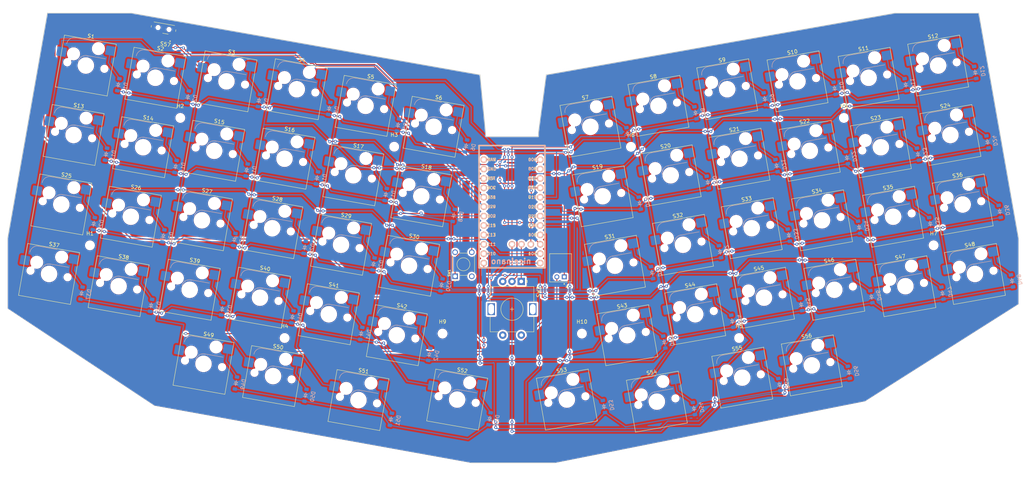
<source format=kicad_pcb>
(kicad_pcb (version 20221018) (generator pcbnew)
  (layers (0 "F.Cu" signal) (31 "B.Cu" signal) (34 "B.Paste" user) (35 "F.Paste" user) (36 "B.SilkS" user "B.Silkscreen") (37 "F.SilkS" user "F.Silkscreen") (38 "B.Mask" user) (39 "F.Mask" user) (44 "Edge.Cuts" user))
  (net 0 "")
  (net 1 "R1")
  (net 2 "Net-(D1-A)")
  (net 3 "Net-(D2-A)")
  (net 4 "Net-(D3-A)")
  (net 5 "Net-(D4-A)")
  (net 6 "Net-(D5-A)")
  (net 7 "Net-(D6-A)")
  (net 8 "Net-(D7-A)")
  (net 9 "Net-(D8-A)")
  (net 10 "Net-(D9-A)")
  (net 11 "Net-(D10-A)")
  (net 12 "Net-(D11-A)")
  (net 13 "Net-(D12-A)")
  (net 14 "R2")
  (net 15 "Net-(D13-A)")
  (net 16 "Net-(D14-A)")
  (net 17 "Net-(D15-A)")
  (net 18 "Net-(D16-A)")
  (net 19 "Net-(D17-A)")
  (net 20 "Net-(D18-A)")
  (net 21 "Net-(D19-A)")
  (net 22 "Net-(D20-A)")
  (net 23 "Net-(D21-A)")
  (net 24 "Net-(D22-A)")
  (net 25 "Net-(D23-A)")
  (net 26 "Net-(D24-A)")
  (net 27 "R3")
  (net 28 "Net-(D25-A)")
  (net 29 "Net-(D26-A)")
  (net 30 "Net-(D27-A)")
  (net 31 "Net-(D28-A)")
  (net 32 "Net-(D29-A)")
  (net 33 "Net-(D30-A)")
  (net 34 "Net-(D31-A)")
  (net 35 "Net-(D32-A)")
  (net 36 "Net-(D33-A)")
  (net 37 "Net-(D34-A)")
  (net 38 "Net-(D35-A)")
  (net 39 "Net-(D36-A)")
  (net 40 "R4")
  (net 41 "Net-(D37-A)")
  (net 42 "Net-(D38-A)")
  (net 43 "Net-(D39-A)")
  (net 44 "Net-(D40-A)")
  (net 45 "Net-(D41-A)")
  (net 46 "Net-(D42-A)")
  (net 47 "Net-(D43-A)")
  (net 48 "Net-(D44-A)")
  (net 49 "Net-(D45-A)")
  (net 50 "Net-(D46-A)")
  (net 51 "Net-(D47-A)")
  (net 52 "Net-(D48-A)")
  (net 53 "R5")
  (net 54 "Net-(D49-A)")
  (net 55 "Net-(D50-A)")
  (net 56 "Net-(D51-A)")
  (net 57 "Net-(D52-A)")
  (net 58 "Net-(D53-A)")
  (net 59 "Net-(D54-A)")
  (net 60 "Net-(D55-A)")
  (net 61 "Net-(D56-A)")
  (net 62 "C1")
  (net 63 "C2")
  (net 64 "C3")
  (net 65 "C4")
  (net 66 "C5")
  (net 67 "C6")
  (net 68 "C7")
  (net 69 "C8")
  (net 70 "C9")
  (net 71 "C10")
  (net 72 "C11")
  (net 73 "C12")
  (net 74 "ROT1")
  (net 75 "ROT2")
  (net 76 "Ground 3")
  (net 77 "Negative")
  (net 78 "Ground 2")
  (net 79 "Reset")
  (net 80 "Ground 1")
  (net 81 "Positive")
  (net 82 "Net-(J1-Pad2)")
  (footprint "ScottoKeebs_Hotswap:Hotswap_MX_1.00u" (layer "F.Cu") (at 64.695262 88.174378 -10)
    (fp_text reference "S27")
    (fp_text value "Keyswitch")
  )
  (footprint "ScottoKeebs_Hotswap:Hotswap_MX_1.50u_90deg" (layer "F.Cu") (at 163.133135 136.582471 10)
    (fp_text reference "S53")
    (fp_text value "Keyswitch")
  )
  (footprint "ScottoKeebs_Hotswap:Hotswap_MX_1.00u" (layer "F.Cu") (at 26.760587 83.903456 -10)
    (fp_text reference "S25")
    (fp_text value "Keyswitch")
  )
  (footprint "ScottoKeebs_Hotswap:Hotswap_MX_1.00u" (layer "F.Cu") (at 263.29167 46.38228 10)
    (fp_text reference "S12")
    (fp_text value "Keyswitch")
  )
  (footprint "MountingHole:MountingHole_2.2mm_M2" (layer "F.Cu") (at 86.996409 119.966029)
    (fp_text reference "H4")
    (fp_text value "MountingHole")
  )
  (footprint "ScottoKeebs_Hotswap:Hotswap_MX_1.50u" (layer "F.Cu") (at 106.91231 136.724121 -10)
    (fp_text reference "S51")
    (fp_text value "Keyswitch")
  )
  (footprint "ScottoKeebs_Hotswap:Hotswap_MX_1.00u" (layer "F.Cu") (at 225.356995 50.653202 10)
    (fp_text reference "S10")
    (fp_text value "Keyswitch")
  )
  (footprint "ScottoKeebs_Hotswap:Hotswap_MX_1.00u" (layer "F.Cu") (at 71.311258 50.653203 -10)
    (fp_text reference "S3")
    (fp_text value "Keyswitch")
  )
  (footprint "ScottoKeebs_Hotswap:Hotswap_MX_1.50u_90deg" (layer "F.Cu") (at 133.535117 136.582471 -10)
    (fp_text reference "S52")
    (fp_text value "Keyswitch")
  )
  (footprint "ScottoKeebs_Hotswap:Hotswap_MX_1.00u" (layer "F.Cu") (at 206.389658 52.788663 10)
    (fp_text reference "S9")
    (fp_text value "Keyswitch")
  )
  (footprint "ScottoKeebs_Hotswap:Hotswap_MX_1.00u" (layer "F.Cu") (at 45.521175 87.211454 -10)
    (fp_text reference "S26")
    (fp_text value "Keyswitch")
  )
  (footprint "MountingHole:MountingHole_2.2mm_M2" (layer "F.Cu") (at 34.486883 94.937749)
    (fp_text reference "H1")
    (fp_text value "MountingHole")
  )
  (footprint "ScottoKeebs_Hotswap:Hotswap_MX_1.00u" (layer "F.Cu") (at 269.907666 83.903456 10)
    (fp_text reference "S36")
    (fp_text value "Keyswitch")
  )
  (footprint "ScottoKeebs_Hotswap:Hotswap_MX_1.00u" (layer "F.Cu") (at 228.664993 69.41379 10)
    (fp_text reference "S22")
    (fp_text value "Keyswitch")
  )
  (footprint "ScottoKeebs_Hotswap:Hotswap_MX_1.00u" (layer "F.Cu") (at 61.387264 106.934966 -10)
    (fp_text reference "S39")
    (fp_text value "Keyswitch")
  )
  (footprint "ScottoKeebs_Hotswap:Hotswap_MX_1.00u" (layer "F.Cu") (at 187.835819 57.269198 10)
    (fp_text reference "S8")
    (fp_text value "Keyswitch")
  )
  (footprint "MountingHole:MountingHole_2.2mm_M2" (layer "F.Cu") (at 262.063465 94.924572)
    (fp_text reference "H7")
    (fp_text value "MountingHole")
  )
  (footprint "MountingHole:MountingHole_2.2mm_M2" (layer "F.Cu") (at 209.596409 119.966029)
    (fp_text reference "H5")
    (fp_text value "MountingHole")
  )
  (footprint "ScottoKeebs_Hotswap:Hotswap_MX_1.00u" (layer "F.Cu") (at 229.208692 127.349552 10)
    (fp_text reference "S56")
    (fp_text value "Keyswitch")
  )
  (footprint "ScottoKeebs_Hotswap:Hotswap_MX_1.00u" (layer "F.Cu") (at 102.216438 94.790374 -10)
    (fp_text reference "S29")
    (fp_text value "Keyswitch")
  )
  (footprint "MountingHole:MountingHole_2.2mm_M2" (layer "F.Cu") (at 116.558728 68.303492)
    (fp_text reference "H3")
    (fp_text value "MountingHole")
  )
  (footprint "ScottoKeebs_Hotswap:Hotswap_MX_1.00u" (layer "F.Cu") (at 213.005653 90.309838 10)
    (fp_text reference "S33")
    (fp_text value "Keyswitch")
  )
  (footprint "ScottoKeebs_Hotswap:Hotswap_MX_1.00u" (layer "F.Cu") (at 90.278596 52.788664 -10)
    (fp_text reference "S4")
    (fp_text value "Keyswitch")
  )
  (footprint "ScottoKeebs_Hotswap:Hotswap_MX_1.00u" (layer "F.Cu") (at 273.215664 102.664044 10)
    (fp_text reference "S48")
    (fp_text value "Keyswitch")
  )
  (footprint "ScottoKeebs_Hotswap:Hotswap_MX_1.00u" (layer "F.Cu") (at 231.972991 88.174378 10)
    (fp_text reference "S34")
    (fp_text value "Keyswitch")
  )
  (footprint "ScottoKeebs_Hotswap:Hotswap_MX_1.00u" (layer "F.Cu") (at 176.104728 100.443444 10)
    (fp_text reference "S31")
    (fp_text value "Keyswitch")
  )
  (footprint "ScottoKeebs_Hotswap:Hotswap_MX_1.00u" (layer "F.Cu") (at 194.451815 94.790374 10)
    (fp_text reference "S32")
    (fp_text value "Keyswitch")
  )
  (footprint "ScottoKeebs_Hotswap:Hotswap_MX_1.00u" (layer "F.Cu") (at 251.147078 87.211453 10)
    (fp_text reference "S35")
    (fp_text value "Keyswitch")
  )
  (footprint "ScottoKeebs_Hotswap:Hotswap_MX_1.00u" (layer "F.Cu") (at 65.114487 126.936053 -10)
    (fp_text reference "S49")
    (fp_text value "Keyswitch")
  )
  (footprint "MountingHole:MountingHole_2.2mm_M2" (layer "F.Cu") (at 129.596409 118.766029)
    (fp_text reference "H9")
    (fp_text value "MountingHole")
  )
  (footprint "ScottoKeebs_Hotswap:Hotswap_MX_1.00u" (layer "F.Cu") (at 235.280988 106.934966 10)
    (fp_text reference "S46")
    (fp_text value "Keyswitch")
  )
  (footprint "ScottoKeebs_Hotswap:Hotswap_MX_1.00u" (layer "F.Cu") (at 23.45259 102.664044 -10)
    (fp_text reference "S37")
    (fp_text value "Keyswitch")
  )
  (footprint "ScottoKeebs_Hotswap:Hotswap_MX_1.00u" (layer "F.Cu") (at 210.448104 130.65755 10)
    (fp_text reference "S55")
    (fp_text value "Keyswitch")
  )
  (footprint "ScottoKeebs_Hotswap:Hotswap_MX_1.00u" (layer "F.Cu") (at 254.455076 105.97204 10)
    (fp_text reference "S47")
    (fp_text value "Keyswitch")
  )
  (footprint "Library:JST_S2B-PH-K-S_LF__SN_" (layer "F.Cu") (at 161.431189 103.448349 180)
    (fp_text reference "J1")
    (fp_text value "S2B-PH-K-S_LF__SN_")
  )
  (footprint "MountingHole:MountingHole_2.2mm_M2" (layer "F.Cu") (at 167.196409 118.766029)
    (fp_text reference "H10")
    (fp_text value "MountingHole")
  )
  (footprint "ScottoKeebs_Hotswap:Hotswap_MX_1.00u" (layer "F.Cu") (at 33.376583 46.382281 -10)
    (fp_text reference "S1")
    (fp_text value "Keyswitch")
  )
  (footprint "ScottoKeebs_Hotswap:Hotswap_MX_1.00u" (layer "F.Cu") (at 247.83908 68.450865 10)
    (fp_text reference "S23")
    (fp_text value "Keyswitch")
  )
  (footprint "ScottoKeebs_Hotswap:Hotswap_MX_1.00u" (layer "F.Cu") (at 30.068585 65.142868 -10)
    (fp_text reference "S13")
    (fp_text value "Keyswitch")
  )
  (footprint "ScottoKeebs_Hotswap:Hotswap_MX_1.00u" (layer "F.Cu") (at 120.563525 100.443445 -10)
    (fp_text reference "S30")
    (fp_text value "Keyswitch")
  )
  (footprint "ScottoKeebs_Hotswap:Hotswap_MX_1.00u" (layer "F.Cu") (at 127.179521 62.922269 -10)
    (fp_text reference "S6")
    (fp_text value "Keyswitch")
  )
  (footprint "ScottoKeebs_Hotswap:Hotswap_MX_1.00u" (layer "F.Cu") (at 105.524436 76.029786 -10)
    (fp_text reference "S17")
    (fp_text value "Keyswitch")
  )
  (footprint "ScottoKeebs_Hotswap:Hotswap_MX_1.00u" (layer "F.Cu") (at 42.213178 105.972042 -10)
    (fp_text reference "S38")
    (fp_text value "Keyswitch")
  )
  (footprint "ScottoKeebs_Hotswap:Hotswap_MX_1.00u" (layer "F.Cu") (at 86.970598 71.549252 -10)
    (fp_text reference "S16")
    (fp_text value "Keyswitch")
  )
  (footprint "ScottoKeebs_Hotswap:Hotswap_MX_1.00u" (layer "F.Cu") (at 169.488732 62.922269 10)
    (fp_text reference "S7")
    (fp_text value "Keyswitch")
  )
  (footprint "ScottoKeebs_Hotswap:Hotswap_MX_1.00u" (layer "F.Cu") (at 117.255528 119.204032 -10)
    (fp_text reference "S42")
    (fp_text value "Keyswitch")
  )
  (footprint "ScottoKeebs_Hotswap:Hotswap_MX_1.00u" (layer "F.Cu") (at 48.829172 68.450866 -10)
    (fp_text reference "S14")
    (fp_text value "Keyswitch")
  )
  (footprint "ScottoKeebs_Hotswap:Hotswap_MX_1.00u" (layer "F.Cu") (at 108.832433 57.269199 -10)
    (fp_text reference "S5")
    (fp_text value "Keyswitch")
  )
  (footprint "Library:SW_EG1215AA" (layer "F.Cu") (at 54.334314 36.377724 170)
    (fp_text reference "S57")
    (fp_text value "EG1215AA" hide)
  )
  (footprint "ScottoKeebs_Hotswap:Hotswap_MX_1.50u" (layer "F.Cu") (at 187.41087 137.13762 10)
    (fp_text reference "S54")
    (fp_text value "Keyswitch")
  )
  (footprint "MountingHole:MountingHole_2.2mm_M2" (layer "F.Cu") (at 180.421235 68.330327)
    (fp_text reference "H8")
    (fp_text value "MountingHole")
  )
  (footprint "ScottoKeebs_Hotswap:Hotswap_MX_1.00u" (layer "F.Cu") (at 209.697655 71.549251 10)
    (fp_text reference "S21")
    (fp_text value "Keyswitch")
  )
  (footprint "MountingHole:MountingHole_2.2mm_M2" (layer "F.Cu") (at 237.863465 60.524572)
    (fp_text reference "H6")
    (fp_text value "MountingHole")
  )
  (footprint "ScottoKeebs_Hotswap:Hotswap_MX_1.00u" (layer "F.Cu") (at 52.13717 49.690279 -10)
    (fp_text reference "S2")
    (fp_text value "Keyswitch")
  )
  (footprint "Rotary_Encoder:RotaryEncoder_Alps_EC11E-Switch_Vertical_H20mm" (layer "F.Cu") (at 150.834314 104.677724 -90)
    (fp_text reference "SW2")
    (fp_text value "RotaryEncoder")
  )
  (footprint "MountingHole:MountingHole_2.2mm_M2" (layer "F.Cu") (at 58.863465 60.524572)
    (fp_text reference "H2")
    (fp_text value "MountingHole")
  )
  (footprint "ScottoKeebs_Hotswap:Hotswap_MX_1.00u" (layer "F.Cu") (at 172.79673 81.682857 10)
    (fp_text reference "S19")
    (fp_text value "Keyswitch")
  )
  (footprint "ScottoKeebs_Hotswap:Hotswap_MX_1.00u" (layer "F.Cu") (at 83.6626 90.30984 -10)
    (fp_text reference "S28")
    (fp_text value "Keyswitch")
  )
  (footprint "ScottoKeebs_Hotswap:Hotswap_MX_1.00u" (layer "F.Cu") (at 244.531083 49.690277 10)
    (fp_text reference "S11")
    (fp_text value "Keyswitch")
  )
  (footprint "ScottoKeebs_Hotswap:Hotswap_MX_1.00u" (layer "F.Cu") (at 98.90844 113.550962 -10)
    (fp_text reference "S41")
    (fp_text value "Keyswitch")
  )
  (footprint "ScottoKeebs_Hotswap:Hotswap_MX_1.00u" (layer "F.Cu") (at 266.599668 65.142868 10)
    (fp_text reference "S24")
    (fp_text value "Keyswitch")
  )
  (footprint "ScottoKeebs_Hotswap:Hotswap_MX_1.00u" (layer "F.Cu") (at 83.875075 130.244051 -10)
    (fp_text reference "S50")
    (fp_text value "Keyswitch")
  )
  (footprint "ScottoKeebs_Hotswap:Hotswap_MX_1.00u" (layer "F.Cu") (at 216.313651 109.070426 10)
    (fp_text reference "S45")
    (fp_text value "Keyswitch")
  )
  (footprint "ScottoKeebs_Hotswap:Hotswap_MX_1.00u" (layer "F.Cu") (at 191.143817 76.029786 10)
    (fp_text reference "S20")
    (fp_text value "Keyswitch")
  )
  (footprint "ScottoKeebs_Hotswap:Hotswap_MX_1.00u" (layer "F.Cu") (at 80.354602 109.070427 -10)
    (fp_text reference "S40")
    (fp_text value "Keyswitch")
  )
  (footprint "ScottoKeebs_Hotswap:Hotswap_MX_1.00u" (layer "F.Cu") (at 179.412725 119.204032 10)
    (fp_text reference "S43")
    (fp_text value "Keyswitch")
  )
  (footprint "ScottoKeebs_Hotswap:Hotswap_MX_1.00u" (layer "F.Cu") (at 123.871523 81.682857 -10)
    (fp_text reference "S18")
    (fp_text value "Keyswitch")
  )
  (footprint "Library:SW_1825910-6-4" (layer "F.Cu") (at 135.237439 100.045224 90)
    (fp_text reference "SW1")
    (fp_text value "1825910-6")
  )
  (footprint "ScottoKeebs_Hotswap:Hotswap_MX_1.00u" (layer "F.Cu") (at 68.00326 69.41379 -10)
    (fp_text reference "S15")
    (fp_text value "Keyswitch")
  )
  (footprint "ScottoKeebs_Hotswap:Hotswap_MX_1.00u" (layer "F.Cu") (at 197.759813 113.550961 10)
    (fp_text reference "S44")
    (fp_text value "Keyswitch")
  )
  (footprint "ScottoKeebs_Components:Diode_SOD-123" (layer "B.Cu") (at 80.071302 55.824811 80)
    (fp_text reference "D3")
    (fp_text value "Diode")
  )
  (footprint "ScottoKeebs_Components:Diode_SOD-123" (layer "B.Cu") (at 132.631567 86.854467 80)
    (fp_text reference "D18")
    (fp_text value "Diode")
  )
  (footprint "ScottoKeebs_Components:Diode_SOD-123" (layer "B.Cu") (at 35.520631 89.075065 80)
    (fp_text reference "D25")
    (fp_text value "Diode")
  )
  (footprint "ScottoKeebs_Components:Diode_SOD-123" (layer "B.Cu") (at 216.517181 55.372415 100)
    (fp_text reference "D9")
    (fp_text value "Diode")
  )
  (footprint "ScottoKeebs_Components:Diode_SOD-123" (layer "B.Cu") (at 42.136627 51.553889 80)
    (fp_text reference "D1")
    (fp_text value "Diode")
  )
  (footprint "ScottoKeebs_Components:Diode_SOD-123" (layer "B.Cu") (at 54.281219 92.383063 80)
    (fp_text reference "D26")
    (fp_text value "Diode")
  )
  (footprint "ScottoKeebs_Components:Diode_SOD-123" (layer "B.Cu") (at 89.114646 114.242036 80)
    (fp_text reference "D40")
    (fp_text value "Diode")
  )
  (footprint "ScottoKeebs_Components:Diode_SOD-123" (layer "B.Cu") (at 76.763304 74.585399 80)
    (fp_text reference "D15")
    (fp_text value "Diode")
  )
  (footprint "ScottoKeebs_Components:Diode_SOD-123" (layer "B.Cu") (at 129.323569 105.615054 80)
    (fp_text reference "D30")
    (fp_text value "Diode")
  )
  (footprint "ScottoKeebs_Components:Diode_SOD-123" (layer "B.Cu") (at 189.413269 121.067644 100)
    (fp_text reference "D43")
    (fp_text value "Diode")
  )
  (footprint "ScottoKeebs_Components:Diode_SOD-123" (layer "B.Cu") (at 273.292214 48.245891 100)
    (fp_text reference "D12")
    (fp_text value "Diode")
  )
  (footprint "ScottoKeebs_Components:Diode_SOD-123" (layer "B.Cu") (at 60.897214 54.861887 80)
    (fp_text reference "D2")
    (fp_text value "Diode")
  )
  (footprint "ScottoKeebs_Components:Diode_SOD-123" (layer "B.Cu") (at 114.28448 81.201395 80)
    (fp_text reference "D17")
    (fp_text value "Diode")
  )
  (footprint "ScottoKeebs_Components:Diode_SOD-123" (layer "B.Cu") (at 179.489275 64.785881 100)
    (fp_text reference "D7")
    (fp_text value "Diode")
  )
  (footprint "ScottoKeebs_Components:Diode_SOD-123" (layer "B.Cu") (at 173.133679 138.446082 100)
    (fp_text reference "D53")
    (fp_text value "Diode")
  )
  (footprint "ScottoKeebs_Components:Diode_SOD-123" (layer "B.Cu") (at 257.839624 70.314477 100)
    (fp_text reference "D23")
    (fp_text value "Diode")
  )
  (footprint "ScottoKeebs_Components:Diode_SOD-123" (layer "B.Cu") (at 245.281532 108.798576 100)
    (fp_text reference "D46")
    (fp_text value "Diode")
  )
  (footprint "ScottoKeebs_Components:Diode_SOD-123" (layer "B.Cu") (at 238.665536 71.277401 100)
    (fp_text reference "D22")
    (fp_text value "Diode")
  )
  (footprint "ScottoKeebs_Components:Diode_SOD-123" (layer "B.Cu") (at 223.006196 92.17345 100)
    (fp_text reference "D33")
    (fp_text value "Diode")
  )
  (footprint "ScottoKeebs_Components:Diode_SOD-123" (layer "B.Cu") (at 239.209236 129.213163 100)
    (fp_text reference "D56")
    (fp_text value "Diode")
  )
  (footprint "ScottoKeebs_Components:Diode_SOD-123" (layer "B.Cu") (at 70.147309 112.106574 80)
    (fp_text reference "D39")
    (fp_text value "Diode")
  )
  (footprint "ScottoKeebs_Components:Diode_SOD-123" (layer "B.Cu") (at 235.357538 52.516813 100)
    (fp_text reference "D10")
    (fp_text value "Diode")
  )
  (footprint "ScottoKeebs_Components:Diode_SOD-123" (layer "B.Cu") (at 276.600212 67.006479 100)
    (fp_text reference "D24")
    (fp_text value "Diode")
  )
  (footprint "ScottoKeebs_Components:Diode_SOD-123" (layer "B.Cu") (at 197.836363 59.132809 100)
    (fp_text reference "D8")
    (fp_text value "Diode")
  )
  (footprint "ScottoKeebs_Components:Diode_SOD-123" (layer "B.Cu") (at 226.314194 110.934038 100)
    (fp_text reference "D45")
    (fp_text value "Diode")
  )
  (footprint "ScottoKeebs_Components:Diode_SOD-123" (layer "B.Cu") (at 38.828629 70.314477 80)
    (fp_text reference "D13")
    (fp_text value "Diode")
  )
  (footprint "ScottoKeebs_Components:Diode_SOD-123" (layer "B.Cu") (at 186.105271 102.307056 100)
    (fp_text reference "D31")
    (fp_text value "Diode")
  )
  (footprint "ScottoKeebs_Components:Diode_SOD-123" (layer "B.Cu") (at 73.455307 93.345987 80)
    (fp_text reference "D27")
    (fp_text value "Diode")
  )
  (footprint "ScottoKeebs_Components:Diode_SOD-123" (layer "B.Cu") (at 50.973222 111.143651 80)
    (fp_text reference "D38")
    (fp_text value "Diode")
  )
  (footprint "ScottoKeebs_Components:Diode_SOD-123" (layer "B.Cu") (at 204.452359 96.653984 100)
    (fp_text reference "D32")
    (fp_text value "Diode")
  )
  (footprint "ScottoKeebs_Components:Diode_SOD-123" (layer "B.Cu") (at 32.212634 107.835653 80)
    (fp_text reference "D37")
    (fp_text value "Diode")
  )
  (footprint "ScottoKeebs_Components:Diode_SOD-123" (layer "B.Cu") (at 241.973534 90.037989 100)
    (fp_text reference "D34")
    (fp_text value "Diode")
  )
  (footprint "ScottoKeebs_Components:Diode_SOD-123" (layer "B.Cu") (at 57.589217 73.622475 80)
    (fp_text reference "D14")
    (fp_text value "Diode")
  )
  (footprint "ScottoKeebs_Components:Diode_SOD-123" (layer "B.Cu") (at 92.635119 135.415659 80)
    (fp_text reference "D50")
    (fp_text value "Diode")
  )
  (footprint "ScottoKeebs_Components:Diode_SOD-123" (layer "B.Cu") (at 126.015573 124.375642 80)
    (fp_text reference "D42")
    (fp_text value "Diode")
  )
  (footprint "ScottoKeebs_Components:Diode_SOD-123" (layer "B.Cu") (at 182.797273 83.546468 100)
    (fp_text reference "D19")
    (fp_text value "Diode")
  )
  (footprint "ScottoKeebs_Components:Diode_SOD-123" (layer "B.Cu") (at 115.672354 141.89573 80)
    (fp_text reference "D51")
    (fp_text value "Diode")
  )
  (footprint "ScottoKeebs_Components:Diode_SOD-123" (layer "B.Cu") (at 110.976482 99.961983 80)
    (fp_text reference "D29")
    (fp_text value "Diode")
  )
  (footprint "ScottoKeebs_Components:Diode_SOD-123" (layer "B.Cu") (at 73.874531 132.107662 80)
    (fp_text reference "D49")
    (fp_text value "Diode")
  )
  (footprint "ScottoKeebs_Components:Diode_SOD-123" (layer "B.Cu") (at 220.448648 132.521161 100)
    (fp_text reference "D55")
    (fp_text value "Diode")
  )
  (footprint "ScottoKeebs_Components:Diode_SOD-123" (layer "B.Cu") (at 117.592478 62.440807 80)
    (fp_text reference "D5")
    (fp_text value "Diode")
  )
  (footprint "ScottoKeebs_Components:Diode_SOD-123" (layer "B.Cu") (at 279.90821 85.767067 100)
    (fp_text reference "D36")
    (fp_text value "Diode")
  )
  (footprint "ScottoKeebs_Components:Diode_SOD-123" (layer "B.Cu") (at 207.760357 115.414572 100)
    (fp_text reference "D44")
    (fp_text value "Diode")
  )
  (footprint "ScottoKeebs_Components:Diode_SOD-123" (layer "B.Cu") (at 197.411413 139.001231 100)
    (fp_text reference "D54")
    (fp_text value "Diode")
  )
  (footprint "ScottoKeebs_Components:Diode_SOD-123" (layer "B.Cu") (at 99.03864 57.960273 80)
    (fp_text reference "D4")
    (fp_text value "Diode")
  )
  (footprint "ScottoKeebs_Components:Diode_SOD-123" (layer "B.Cu") (at 92.422644 95.481448 80)
    (fp_text reference "D28")
    (fp_text value "Diode")
  )
  (footprint "ScottoKeebs_Components:Diode_SOD-123" (layer "B.Cu") (at 142.295162 141.75408 80)
    (fp_text reference "D52")
    (fp_text value "Diode")
  )
  (footprint "ScottoKeebs_Components:Diode_SOD-123" (layer "B.Cu") (at 254.531626 51.553889 100)
    (fp_text reference "D11")
    (fp_text value "Diode")
  )
  (footprint "Library:nice_nano" (layer "B.Cu") (at 148.334314 85.757724 -90)
    (fp_text reference "U1" hide)
    (fp_text value "nice_nano" hide)
  )
  (footprint "ScottoKeebs_Components:Diode_SOD-123" (layer "B.Cu") (at 264.45562 107.835652 100)
    (fp_text reference "D47")
    (fp_text value "Diode")
  )
  (footprint "ScottoKeebs_Components:Diode_SOD-123" (layer "B.Cu") (at 219.698198 73.412862 100)
    (fp_text reference "D21")
    (fp_text value "Diode")
  )
  (footprint "ScottoKeebs_Components:Diode_SOD-123" (layer "B.Cu") (at 95.730642 76.720861 80)
    (fp_text reference "D16")
    (fp_text value "Diode")
  )
  (footprint "ScottoKeebs_Components:Diode_SOD-123" (layer "B.Cu") (at 261.147622 89.075065 100)
    (fp_text reference "D35")
    (fp_text value "Diode")
  )
  (footprint "ScottoKeebs_Components:Diode_SOD-123" (layer "B.Cu") (at 201.144361 77.893397 100)
    (fp_text reference "D20")
    (fp_text value "Diode")
  )
  (footprint "ScottoKeebs_Components:Diode_SOD-123" (layer "B.Cu") (at 135.939565 68.093879 80)
    (fp_text reference "D6")
    (fp_text value "Diode")
  )
  (footprint "ScottoKeebs_Components:Diode_SOD-123" (layer "B.Cu") (at 107.668484 118.72257 80)
    (fp_text reference "D41")
    (fp_text value "Diode")
  )
  (footprint "ScottoKeebs_Components:Diode_SOD-123" (layer "B.Cu") (at 283.216207 104.527654 100)
    (fp_text reference "D48")
    (fp_text value "Diode")
  )
  (gr_line (start 137.321051 153.673121) (end 51.893689 138.224599) (stroke (width 0.1)) (layer "Edge.Cuts"))
  (gr_line (start 12.305426 112.001246) (end 12.305426 92.951246) (stroke (width 0.1)) (layer "Edge.Cuts"))
  (gr_line (start 45.642926 32.229371) (end 23.021051 32.229371) (stroke (width 0.2)) (layer "Edge.Cuts"))
  (gr_line (start 155.478064 64.405849) (end 155.478064 65.596474) (stroke (width 0.2)) (layer "Edge.Cuts"))
  (gr_line (start 157.561676 48.898121) (end 251.621051 32.229371) (stroke (width 0.2)) (layer "Edge.Cuts"))
  (gr_line (start 274.242926 32.229371) (end 284.958551 92.951246) (stroke (width 0.2)) (layer "Edge.Cuts"))
  (gr_line (start 45.642926 32.229371) (end 139.702301 48.898121) (stroke (width 0.2)) (layer "Edge.Cuts"))
  (gr_line (start 141.190564 64.405849) (end 141.190564 65.596474) (stroke (width 0.2)) (layer "Edge.Cuts"))
  (gr_line (start 141.190564 64.405849) (end 139.702301 48.898121) (stroke (width 0.2)) (layer "Edge.Cuts"))
  (gr_line (start 137.321051 153.673121) (end 159.942926 153.673121) (stroke (width 0.2)) (layer "Edge.Cuts"))
  (gr_line (start 155.478064 64.405849) (end 157.561676 48.898121) (stroke (width 0.2)) (layer "Edge.Cuts"))
  (gr_line (start 284.958551 92.951246) (end 284.958551 110.810621) (stroke (width 0.1)) (layer "Edge.Cuts"))
  (gr_line (start 141.190564 65.596474) (end 155.478064 65.596474) (stroke (width 0.2)) (layer "Edge.Cuts"))
  (gr_line (start 51.893689 138.224599) (end 12.305426 112.001246) (stroke (width 0.1)) (layer "Edge.Cuts"))
  (gr_line (start 243.584314 137.033974) (end 159.942926 153.673121) (stroke (width 0.1)) (layer "Edge.Cuts"))
  (gr_line (start 251.621051 32.229371) (end 274.242926 32.229371) (stroke (width 0.2)) (layer "Edge.Cuts"))
  (gr_line (start 23.021051 32.229371) (end 12.305426 92.951246) (stroke (width 0.2)) (layer "Edge.Cuts"))
  (gr_line (start 243.584314 137.033974) (end 284.958551 110.810621) (stroke (width 0.1)) (layer "Edge.Cuts"))
  (segment (start 118.988934 64.3974) (end 120.416905 64.649189) (width 0.25) (layer "F.Cu") (net 1))
  (segment (start 43.529828 53.528947) (end 44.957799 53.780737) (width 0.25) (layer "F.Cu") (net 1))
  (segment (start 62.290415 56.836945) (end 63.718386 57.088735) (width 0.25) (layer "F.Cu") (net 1))
  (segment (start 100.436725 59.907632) (end 101.864696 60.159422) (width 0.25) (layer "F.Cu") (net 1))
  (segment (start 164.075006 69.840529) (end 164.22419 69.691345) (width 0.25) (layer "F.Cu") (net 1))
  (segment (start 220.006356 56.934001) (end 218.578385 57.18579) (width 0.25) (layer "F.Cu") (net 1))
  (segment (start 182.48518 63.549995) (end 181.057209 63.801785) (width 0.25) (layer "F.Cu") (net 1))
  (segment (start 257.944287 52.681543) (end 256.516316 52.933333) (width 0.25) (layer "F.Cu") (net 1))
  (segment (start 238.766943 53.626003) (end 237.338972 53.877793) (width 0.25) (layer "F.Cu") (net 1))
  (segment (start 201.141579 59.651114) (end 199.713609 59.902904) (width 0.25) (layer "F.Cu") (net 1))
  (segment (start 162.778126 69.840529) (end 164.075006 69.840529) (width 0.25) (layer "F.Cu") (net 1))
  (segment (start 81.502488 57.584442) (end 82.930459 57.836232) (width 0.25) (layer "F.Cu") (net 1))
  (via (at 220.006356 56.934001) (size 0.8) (drill 0.4) (layers "F.Cu" "B.Cu") (net 1))
  (via (at 43.529828 53.528947) (size 0.8) (drill 0.4) (layers "F.Cu" "B.Cu") (net 1))
  (via (at 118.988934 64.3974) (size 0.8) (drill 0.4) (layers "F.Cu" "B.Cu") (net 1))
  (via (at 199.713609 59.902904) (size 0.8) (drill 0.4) (layers "F.Cu" "B.Cu") (net 1))
  (via (at 100.436725 59.907632) (size 0.8) (drill 0.4) (layers "F.Cu" "B.Cu") (net 1))
  (via (at 237.338972 53.877793) (size 0.8) (drill 0.4) (layers "F.Cu" "B.Cu") (net 1))
  (via (at 201.141579 59.651114) (size 0.8) (drill 0.4) (layers "F.Cu" "B.Cu") (net 1))
  (via (at 181.057209 63.801785) (size 0.8) (drill 0.4) (layers "F.Cu" "B.Cu") (net 1))
  (via (at 120.416905 64.649189) (size 0.8) (drill 0.4) (layers "F.Cu" "B.Cu") (net 1))
  (via (at 257.944287 52.681543) (size 0.8) (drill 0.4) (layers "F.Cu" "B.Cu") (net 1))
  (via (at 182.48518 63.549995) (size 0.8) (drill 0.4) (layers "F.Cu" "B.Cu") (net 1))
  (via (at 101.864696 60.159422) (size 0.8) (drill 0.4) (layers "F.Cu" "B.Cu") (net 1))
  (via (at 162.778126 69.840529) (size 0.8) (drill 0.4) (layers "F.Cu" "B.Cu") (net 1))
  (via (at 44.957799 53.780737) (size 0.8) (drill 0.4) (layers "F.Cu" "B.Cu") (net 1))
  (via (at 238.766943 53.626003) (size 0.8) (drill 0.4) (layers "F.Cu" "B.Cu") (net 1))
  (via (at 82.930459 57.836232) (size 0.8) (drill 0.4) (layers "F.Cu" "B.Cu") (net 1))
  (via (at 256.516316 52.933333) (size 0.8) (drill 0.4) (layers "F.Cu" "B.Cu") (net 1))
  (via (at 62.290415 56.836945) (size 0.8) (drill 0.4) (layers "F.Cu" "B.Cu") (net 1))
  (via (at 63.718386 57.088735) (size 0.8) (drill 0.4) (layers "F.Cu" "B.Cu") (net 1))
  (via (at 218.578385 57.18579) (size 0.8) (drill 0.4) (layers "F.Cu" "B.Cu") (net 1))
  (via (at 164.22419 69.691345) (size 0.8) (drill 0.4) (layers "F.Cu" "B.Cu") (net 1))
  (via (at 81.502488 57.584442) (size 0.8) (drill 0.4) (layers "F.Cu" "B.Cu") (net 1))
  (segment (start 218.578385 57.18579) (end 217.375688 57.397858) (width 0.25) (layer "B.Cu") (net 1))
  (segment (start 117.305958 64.06574) (end 118.961051 64.357577) (width 0.25) (layer "B.Cu") (net 1))
  (segment (start 237.338972 53.877793) (end 235.68388 54.16963) (width 0.25) (layer "B.Cu") (net 1))
  (segment (start 273.578733 49.870824) (end 257.98738 52.62) (width 0.25) (layer "B.Cu") (net 1))
  (segment (start 63.718386 57.088735) (end 66.538503 55.114068) (width 0.25) (layer "B.Cu") (net 1))
  (segment (start 257.98738 52.62) (end 257.944287 52.681543) (width 0.25) (layer "B.Cu") (net 1))
  (segment (start 118.961051 64.357577) (end 118.988934 64.3974) (width 0.25) (layer "B.Cu") (net 1))
  (segment (start 82.930459 57.836232) (end 84.117878 57.004794) (width 0.25) (layer "B.Cu") (net 1))
  (segment (start 160.334314 69.718812) (end 162.656409 69.718812) (width 0.25) (layer "B.Cu") (net 1))
  (segment (start 241.485695 55.529693) (end 238.766943 53.626003) (width 0.25) (layer "B.Cu") (net 1))
  (segment (start 66.538503 55.114068) (end 79.784783 57.449745) (width 0.25) (layer "B.Cu") (net 1))
  (segment (start 100.416446 59.878671) (end 100.436725 59.907632) (width 0.25) (layer "B.Cu") (net 1))
  (segment (start 81.310619 57.718791) (end 81.502488 57.584442) (width 0.25) (layer "B.Cu") (net 1))
  (segment (start 62.247322 56.775402) (end 62.290415 56.836945) (width 0.25) (layer "B.Cu") (net 1))
  (segment (start 254.879689 53.221915) (end 254.818146 53.178822) (width 0.25) (layer "B.Cu") (net 1))
  (segment (start 235.68388 54.16963) (end 235.644058 54.141746) (width 0.25) (layer "B.Cu") (net 1))
  (segment (start 41.850107 53.178822) (end 43.486735 53.467404) (width 0.25) (layer "B.Cu") (net 1))
  (segment (start 179.66607 65.788537) (end 179.775795 66.410813) (width 0.25) (layer "B.Cu") (net 1))
  (segment (start 217.375688 57.397858) (end 216.803701 56.997348) (width 0.25) (layer "B.Cu") (net 1))
  (segment (start 160.304314 81.947724) (end 155.954314 81.947724) (width 0.25) (layer "B.Cu") (net 1))
  (segment (start 235.644058 54.141746) (end 220.03424 56.894178) (width 0.25) (layer "B.Cu") (net 1))
  (segment (start 198.581694 60.10249) (end 198.122882 60.757742) (width 0.25) (layer "B.Cu") (net 1))
  (segment (start 160.334314 69.718812) (end 160.334314 81.977724) (width 0.25) (layer "B.Cu") (net 1))
  (segment (start 201.264665 59.737299) (end 201.141579 59.651114) (width 0.25) (layer "B.Cu") (net 1))
  (segment (start 182.513065 63.510174) (end 182.48518 63.549995) (width 0.25) (layer "B.Cu") (net 1))
  (segment (start 79.784783 57.449745) (end 81.310619 57.718791) (width 0.25) (layer "B.Cu") (net 1))
  (segment (start 162.656409 69.718812) (end 162.778126 69.840529) (width 0.25) (layer "B.Cu") (net 1))
  (segment (start 181.057209 63.801785) (end 179.66607 65.788537) (width 0.25) (layer "B.Cu") (net 1))
  (segment (start 164.22419 69.691345) (end 167.504721 66.410814) (width 0.25) (layer "B.Cu") (net 1))
  (segment (start 256.516316 52.933333) (end 254.879689 53.221915) (width 0.25) (layer "B.Cu") (net 1))
  (segment (start 198.122882 60.757742) (end 182.513065 63.510174) (width 0.25) (layer "B.Cu") (net 1))
  (segment (start 44.957799 53.780737) (end 45.019342 53.737643) (width 0.25) (layer "B.Cu") (net 1))
  (segment (start 101.864696 60.159422) (end 102.810204 61.509747) (width 0.25) (layer "B.Cu") (net 1))
  (segment (start 43.486735 53.467404) (end 43.529828 53.528947) (width 0.25) (layer "B.Cu") (net 1))
  (segment (start 135.653046 69.718812) (end 160.334314 69.718812) (width 0.25) (layer "B.Cu") (net 1))
  (segment (start 102.810204 61.509747) (end 117.305958 64.06574) (width 0.25) (layer "B.Cu") (net 1))
  (segment (start 122.320596 67.367941) (end 135.653046 69.718811) (width 0.25) (layer "B.Cu") (net 1))
  (segment (start 120.416905 64.649189) (end 122.320596 67.367941) (width 0.25) (layer "B.Cu") (net 1))
  (segment (start 216.803701 56.997348) (end 201.264665 59.737299) (width 0.25) (layer "B.Cu") (net 1))
  (segment (start 45.019342 53.737643) (end 60.610695 56.48682) (width 0.25) (layer "B.Cu") (net 1))
  (segment (start 60.610695 56.48682) (end 62.247322 56.775402) (width 0.25) (layer "B.Cu") (net 1))
  (segment (start 199.713609 59.902904) (end 198.581694 60.10249) (width 0.25) (layer "B.Cu") (net 1))
  (segment (start 98.752121 59.585205) (end 100.416446 59.878671) (width 0.25) (layer "B.Cu") (net 1))
  (segment (start 220.03424 56.894178) (end 220.006356 56.934001) (width 0.25) (layer "B.Cu") (net 1))
  (segment (start 167.504721 66.410814) (end 179.775794 66.410814) (width 0.25) (layer "B.Cu") (net 1))
  (segment (start 160.334314 81.977724) (end 160.304314 81.947724) (width 0.25) (layer "B.Cu") (net 1))
  (segment (start 84.117878 57.004794) (end 98.752121 59.585205) (width 0.25) (layer "B.Cu") (net 1))
  (segment (start 254.818146 53.178822) (end 241.485695 55.529693) (width 0.25) (layer "B.Cu") (net 1))
  (segment (start 39.435646 45.662363) (end 42.423146 49.928957) (width 0.25) (layer "B.Cu") (net 2))
  (segment (start 40.011963 42.39391) (end 39.435646 45.662363) (width 0.25) (layer "B.Cu") (net 2))
  (segment (start 58.77255 45.701907) (end 58.196234 48.970361) (width 0.25) (layer "B.Cu") (net 3))
  (segment (start 58.196234 48.970361) (end 61.183734 53.236955) (width 0.25) (layer "B.Cu") (net 3))
  (segment (start 77.370321 49.933285) (end 80.357822 54.199879) (width 0.25) (layer "B.Cu") (net 4))
  (segment (start 77.946637 46.664832) (end 77.370321 49.933285) (width 0.25) (layer "B.Cu") (net 4))
  (segment (start 96.913975 48.800293) (end 96.337658 52.068747) (width 0.25) (layer "B.Cu") (net 5))
  (segment (start 96.337658 52.068747) (end 99.32516 56.33534) (width 0.25) (layer "B.Cu") (net 5))
  (segment (start 114.891496 56.549281) (end 117.878997 60.815875) (width 0.25) (layer "B.Cu") (net 6))
  (segment (start 115.467813 53.280828) (end 114.891496 56.549281) (width 0.25) (layer "B.Cu") (net 6))
  (segment (start 133.814901 58.933899) (end 133.238585 62.202353) (width 0.25) (layer "B.Cu") (net 7))
  (segment (start 133.238585 62.202353) (end 136.226085 66.468945) (width 0.25) (layer "B.Cu") (net 7))
  (segment (start 174.359846 56.904993) (end 174.936162 60.173447) (width 0.25) (layer "B.Cu") (net 8))
  (segment (start 174.936162 60.173447) (end 179.202756 63.160947) (width 0.25) (layer "B.Cu") (net 8))
  (segment (start 193.283251 54.520375) (end 197.549843 57.507876) (width 0.25) (layer "B.Cu") (net 9))
  (segment (start 192.706934 51.251922) (end 193.283251 54.520375) (width 0.25) (layer "B.Cu") (net 9))
  (segment (start 211.964068 50.759981) (end 216.230662 53.747482) (width 0.25) (layer "B.Cu") (net 10))
  (segment (start 211.260772 46.771387) (end 211.964068 50.759981) (width 0.25) (layer "B.Cu") (net 10))
  (segment (start 230.804426 47.904379) (end 235.071019 50.891881) (width 0.25) (layer "B.Cu") (net 11))
  (segment (start 230.22811 44.635926) (end 230.804426 47.904379) (width 0.25) (layer "B.Cu") (net 11))
  (segment (start 249.978513 46.941455) (end 254.245107 49.928957) (width 0.25) (layer "B.Cu") (net 12))
  (segment (start 249.402197 43.673002) (end 249.978513 46.941455) (width 0.25) (layer "B.Cu") (net 12))
  (segment (start 268.739101 43.633458) (end 273.005694 46.620959) (width 0.25) (layer "B.Cu") (net 13))
  (segment (start 268.162784 40.365004) (end 268.739101 43.633458) (width 0.25) (layer "B.Cu") (net 13))
  (segment (start 40.230512 72.240295) (end 41.658483 72.492084) (width 0.25) (layer "F.Cu") (net 14))
  (segment (start 261.243602 71.39289) (end 259.815631 71.64468) (width 0.25) (layer "F.Cu") (net 14))
  (segment (start 223.305672 75.645348) (end 221.8777 75.897138) (width 0.25) (layer "F.Cu") (net 14))
  (segment (start 185.784496 82.261343) (end 184.356525 82.513134) (width 0.25) (layer "F.Cu") (net 14))
  (segment (start 242.483014 74.700888) (end 241.055043 74.952678) (width 0.25) (layer "F.Cu") (net 14))
  (segment (start 166.75775 84.977724) (end 166.954237 85.174211) (width 0.25) (layer "F.Cu") (net 14))
  (segment (start 58.9911 75.548293) (end 60.419071 75.800082) (width 0.25) (layer "F.Cu") (net 14))
  (segment (start 115.689619 83.108747) (end 117.11759 83.360537) (width 0.25) (layer "F.Cu") (net 14))
  (segment (start 78.168444 76.492751) (end 79.596415 76.744541) (width 0.25) (layer "F.Cu") (net 14))
  (segment (start 204.336706 77.771576) (end 202.908734 78.023366) (width 0.25) (layer "F.Cu") (net 14))
  (segment (start 97.137409 78.618979) (end 98.56538 78.870769) (width 0.25) (layer "F.Cu") (net 14))
  (segment (start 165.334314 84.977724) (end 166.75775 84.977724) (width 0.25) (layer "F.Cu") (net 14))
  (via (at 60.419071 75.800082) (size 0.8) (drill 0.4) (layers "F.Cu" "B.Cu") (net 14))
  (via (at 184.356525 82.513134) (size 0.8) (drill 0.4) (layers "F.Cu" "B.Cu") (net 14))
  (via (at 202.908734 78.023366) (size 0.8) (drill 0.4) (layers "F.Cu" "B.Cu") (net 14))
  (via (at 241.055043 74.952678) (size 0.8) (drill 0.4) (layers "F.Cu" "B.Cu") (net 14))
  (via (at 78.168444 76.492751) (size 0.8) (drill 0.4) (layers "F.Cu" "B.Cu") (net 14))
  (via (at 259.815631 71.64468) (size 0.8) (drill 0.4) (layers "F.Cu" "B.Cu") (net 14))
  (via (at 97.137409 78.618979) (size 0.8) (drill 0.4) (layers "F.Cu" "B.Cu") (net 14))
  (via (at 40.230512 72.240295) (size 0.8) (drill 0.4) (layers "F.Cu" "B.Cu") (net 14))
  (via (at 204.336706 77.771576) (size 0.8) (drill 0.4) (layers "F.Cu" "B.Cu") (net 14))
  (via (at 41.658483 72.492084) (size 0.8) (drill 0.4) (layers "F.Cu" "B.Cu") (net 14))
  (via (at 223.305672 75.645348) (size 0.8) (drill 0.4) (layers "F.Cu" "B.Cu") (net 14))
  (via (at 58.9911 75.548293) (size 0.8) (drill 0.4) (layers "F.Cu" "B.Cu") (net 14))
  (via (at 242.483014 74.700888) (size 0.8) (drill 0.4) (layers "F.Cu" "B.Cu") (net 14))
  (via (at 117.11759 83.360537) (size 0.8) (drill 0.4) (layers "F.Cu" "B.Cu") (net 14))
  (via (at 165.334314 84.977724) (size 0.8) (drill 0.4) (layers "F.Cu" "B.Cu") (net 14))
  (via (at 185.784496 82.261343) (size 0.8) (drill 0.4) (layers "F.Cu" "B.Cu") (net 14))
  (via (at 79.596415 76.744541) (size 0.8) (drill 0.4) (layers "F.Cu" "B.Cu") (net 14))
  (via (at 115.689619 83.108747) (size 0.8) (drill 0.4) (layers "F.Cu" "B.Cu") (net 14))
  (via (at 166.954237 85.174211) (size 0.8) (drill 0.4) (layers "F.Cu" "B.Cu") (net 14))
  (via (at 221.8777 75.897138) (size 0.8) (drill 0.4) (layers "F.Cu" "B.Cu") (net 14))
  (via (at 98.56538 78.870769) (size 0.8) (drill 0.4) (layers "F.Cu" "B.Cu") (net 14))
  (via (at 261.243602 71.39289) (size 0.8) (drill 0.4) (layers "F.Cu" "B.Cu") (net 14))
  (segment (start 38.542109 71.93941) (end 40.227977 72.236674) (width 0.25) (layer "B.Cu") (net 14))
  (segment (start 131.913439 106.556849) (end 131.913439 88.911009) (width 0.25) (layer "B.Cu") (net 14))
  (segment (start 204.365667 77.791855) (end 204.336706 77.771576) (width 0.25) (layer "B.Cu") (net 14))
  (segment (start 166.957047 85.171401) (end 183.083792 85.171401) (width 0.25) (layer "B.Cu") (net 14))
  (segment (start 161.844314 84.487724) (end 155.954314 84.487724) (width 0.25) (layer "B.Cu") (net 14))
  (segment (start 184.356525 82.513134) (end 182.965386 84.499885) (width 0.25) (layer "B.Cu") (net 14))
  (segment (start 165.134314 85.777724) (end 165.134314 106.777724) (width 0.25) (layer "B.Cu") (net 14))
  (segment (start 201.43088 79.518329) (end 185.802597 82.274017) (width 0.25) (layer "B.Cu") (net 14))
  (segment (start 113.99796 82.826327) (end 115.671518 83.121421) (width 0.25) (layer "B.Cu") (net 14))
  (segment (start 221.345904 75.990908) (end 219.984718 75.037795) (width 0.25) (layer "B.Cu") (net 14))
  (segment (start 165.134314 85.177724) (end 165.134314 85.777724) (width 0.25) (layer "B.Cu") (net 14))
  (segment (start 115.671518 83.121421) (end 115.689619 83.108747) (width 0.25) (layer "B.Cu") (net 14))
  (segment (start 57.302697 75.247408) (end 58.988565 75.544672) (width 0.25) (layer "B.Cu") (net 14))
  (segment (start 40.227977 72.236674) (end 40.230512 72.240295) (width 0.25) (layer "B.Cu") (net 14))
  (segment (start 165.134314 106.777724) (end 132.134314 106.777724) (width 0.25) (layer "B.Cu") (net 14))
  (segment (start 182.965386 84.499885) (end 183.083793 85.171401) (width 0.25) (layer "B.Cu") (net 14))
  (segment (start 276.886731 68.631412) (end 261.246137 71.389271) (width 0.25) (layer "B.Cu") (net 14))
  (segment (start 219.984718 75.037795) (end 204.365667 77.791855) (width 0.25) (layer "B.Cu") (net 14))
  (segment (start 258.129763 71.941945) (end 258.126143 71.939409) (width 0.25) (layer "B.Cu") (net 14))
  (segment (start 63.181265 73.865974) (end 76.476785 76.210333) (width 0.25) (layer "B.Cu") (net 14))
  (segment (start 202.416947 78.110081) (end 201.43088 79.518329) (width 0.25) (layer "B.Cu") (net 14))
  (segment (start 165.134314 85.777724) (end 161.934314 85.777724) (width 0.25) (layer "B.Cu") (net 14))
  (segment (start 261.246137 71.389271) (end 261.243602 71.39289) (width 0.25) (layer "B.Cu") (net 14))
  (segment (start 95.444123 78.345793) (end 97.108448 78.639258) (width 0.25) (layer "B.Cu") (net 14))
  (segment (start 79.596415 76.744541) (end 80.957601 75.791428) (width 0.25) (layer "B.Cu") (net 14))
  (segment (start 223.323772 75.658022) (end 223.305672 75.645348) (width 0.25) (layer "B.Cu") (net 14))
  (segment (start 97.108448 78.639258) (end 97.137409 78.618979) (width 0.25) (layer "B.Cu") (net 14))
  (segment (start 161.934314 85.777724) (end 161.934314 84.577724) (width 0.25) (layer "B.Cu") (net 14))
  (segment (start 41.662104 72.48955) (end 57.302697 75.247408) (width 0.25) (layer "B.Cu") (net 14))
  (segment (start 58.988565 75.544672) (end 58.9911 75.548293) (width 0.25) (layer "B.Cu") (net 14))
  (segment (start 119.061838 86.13721) (end 132.345048 88.479399) (width 0.25) (layer "B.Cu") (net 14))
  (segment (start 238.952056 72.902333) (end 223.323772 75.658022) (width 0.25) (layer "B.Cu") (net 14))
  (segment (start 221.8777 75.897138) (end 221.345904 75.990908) (width 0.25) (layer "B.Cu") (net 14))
  (segment (start 76.476785 76.210333) (end 78.150342 76.505426) (width 0.25) (layer "B.Cu") (net 14))
  (segment (start 241.055043 74.952678) (end 239.068292 73.561539) (width 0.25) (layer "B.Cu") (net 14))
  (segment (start 258.126143 71.939409) (end 242.48555 74.697268) (width 0.25) (layer "B.Cu") (net 14))
  (segment (start 165.334314 84.977724) (end 165.134314 85.177724) (width 0.25) (layer "B.Cu") (net 14))
  (segment (start 80.957601 75.791428) (end 95.444123 78.345793) (width 0.25) (layer "B.Cu") (net 14))
  (segment (start 60.419071 75.800082) (end 63.181265 73.865974) (width 0.25) (layer "B.Cu") (net 14))
  (segment (start 202.908734 78.023366) (end 202.416947 78.110081) (width 0.25) (layer "B.Cu") (net 14))
  (segment (start 161.934314 84.577724) (end 161.844314 84.487724) (width 0.25) (layer "B.Cu") (net 14))
  (segment (start 132.134314 106.777724) (end 131.913439 106.556849) (width 0.25) (layer "B.Cu") (net 14))
  (segment (start 117.11759 83.360537) (end 119.061838 86.13721) (width 0.25) (layer "B.Cu") (net 14))
  (segment (start 242.48555 74.697268) (end 242.483014 74.700888) (width 0.25) (layer "B.Cu") (net 14))
  (segment (start 185.802597 82.274017) (end 185.784496 82.261343) (width 0.25) (layer "B.Cu") (net 14))
  (segment (start 99.551446 80.279017) (end 113.99796 82.826327) (width 0.25) (layer "B.Cu") (net 14))
  (segment (start 41.658483 72.492084) (end 41.662104 72.48955) (width 0.25) (layer "B.Cu") (net 14))
  (segment (start 166.954237 85.174211) (end 166.957047 85.171401) (width 0.25) (layer "B.Cu") (net 14))
  (segment (start 239.068292 73.561539) (end 238.952056 72.902333) (width 0.25) (layer "B.Cu") (net 14))
  (segment (start 131.913439 88.911009) (end 132.345048 88.4794) (width 0.25) (layer "B.Cu") (net 14))
  (segment (start 98.56538 78.870769) (end 99.551446 80.279017) (width 0.25) (layer "B.Cu") (net 14))
  (segment (start 259.815631 71.64468) (end 258.129763 71.941945) (width 0.25) (layer "B.Cu") (net 14))
  (segment (start 78.150342 76.505426) (end 78.168444 76.492751) (width 0.25) (layer "B.Cu") (net 14))
  (segment (start 36.703965 61.154498) (end 36.127648 64.422951) (width 0.25) (layer "B.Cu") (net 15))
  (segment (start 36.127648 64.422951) (end 39.115148 68.689545) (width 0.25) (layer "B.Cu") (net 15))
  (segment (start 55.464552 64.462495) (end 54.888236 67.730949) (width 0.25) (layer "B.Cu") (net 16))
  (segment (start 54.888236 67.730949) (end 57.875736 71.997542) (width 0.25) (layer "B.Cu") (net 16))
  (segment (start 74.062324 68.693873) (end 77.049824 72.960467) (width 0.25) (layer "B.Cu") (net 17))
  (segment (start 74.63864 65.42542) (end 74.062324 68.693873) (width 0.25) (layer "B.Cu") (net 17))
  (segment (start 93.02966 70.829335) (end 96.017162 75.095928) (width 0.25) (layer "B.Cu") (net 18))
  (segment (start 93.605977 67.56088) (end 93.02966 70.829335) (width 0.25) (layer "B.Cu") (net 18))
  (segment (start 112.159816 72.041416) (end 111.583499 75.309869) (width 0.25) (layer "B.Cu") (net 19))
  (segment (start 111.583499 75.309869) (end 114.570999 79.576462) (width 0.25) (layer "B.Cu") (net 19))
  (segment (start 130.506903 77.694486) (end 129.930587 80.962941) (width 0.25) (layer "B.Cu") (net 20))
  (segment (start 129.930587 80.962941) (end 132.918087 85.229533) (width 0.25) (layer "B.Cu") (net 20))
  (segment (start 178.24416 78.934035) (end 182.510754 81.921535) (width 0.25) (layer "B.Cu") (net 21))
  (segment (start 177.667844 75.66558) (end 178.24416 78.934035) (width 0.25) (layer "B.Cu") (net 21))
  (segment (start 196.014931 70.01251) (end 196.591249 73.280963) (width 0.25) (layer "B.Cu") (net 22))
  (segment (start 196.591249 73.280963) (end 200.857841 76.268464) (width 0.25) (layer "B.Cu") (net 22))
  (segment (start 215.145086 68.800429) (end 219.411679 71.78793) (width 0.25) (layer "B.Cu") (net 23))
  (segment (start 214.56877 65.531974) (end 215.145086 68.800429) (width 0.25) (layer "B.Cu") (net 23))
  (segment (start 233.536107 63.396514) (end 234.112424 66.664967) (width 0.25) (layer "B.Cu") (net 24))
  (segment (start 234.112424 66.664967) (end 238.379017 69.652468) (width 0.25) (layer "B.Cu") (net 24))
  (segment (start 252.710194 62.43359) (end 253.286511 65.702043) (width 0.25) (layer "B.Cu") (net 25))
  (segment (start 253.286511 65.702043) (end 257.553104 68.689544) (width 0.25) (layer "B.Cu") (net 25))
  (segment (start 272.047099 62.394045) (end 276.313692 65.381546) (width 0.25) (layer "B.Cu") (net 26))
  (segment (start 271.470782 59.125592) (end 272.047099 62.394045) (width 0.25) (layer "B.Cu") (net 26))
  (segment (start 170.87059 107.241448) (end 170.934314 107.177724) (width 0.25) (layer "F.Cu") (net 27))
  (segment (start 165.906535 87.582622) (end 164.414212 87.582622) (width 0.25) (layer "F.Cu") (net 27))
  (segment (start 244.55132 93.629296) (end 244.319629 93.467064) (width 0.25) (layer "F.Cu") (net 27))
  (segment (start 264.542917 90.104238) (end 263.114946 90.356027) (width 0.25) (layer "F.Cu") (net 27))
  (segment (start 93.838094 97.330327) (end 95.266065 97.582116) (width 0.25) (layer "F.Cu") (net 27))
  (segment (start 36.931197 90.951642) (end 38.359168 91.203432) (width 0.25) (layer "F.Cu") (net 27))
  (segment (start 169.372917 107.241448) (end 170.87059 107.241448) (width 0.25) (layer "F.Cu") (net 27))
  (segment (start 74.834398 95.40106) (end 76.26237 95.65285) (width 0.25) (layer "F.Cu") (net 27))
  (segment (start 189.083812 100.97269) (end 187.65584 101.224481) (width 0.25) (layer "F.Cu") (net 27))
  (segment (start 226.604987 94.356695) (end 225.177015 94.608485) (width 0.25) (layer "F.Cu") (net 27))
  (segment (start 112.390304 101.820094) (end 113.818275 102.071884) (width 0.25) (layer "F.Cu") (net 27))
  (segment (start 55.691785 94.25964) (end 57.119756 94.51143) (width 0.25) (layer "F.Cu") (net 27))
  (segment (start 245.78233 93.412236) (end 244.55132 93.629296) (width 0.25) (layer "F.Cu") (net 27))
  (segment (start 207.636021 96.482923) (end 206.20805 96.734713) (width 0.25) (layer "F.Cu") (net 27))
  (segment (start 164.414212 87.582622) (end 164.409314 87.577724) (width 0.25) (layer "F.Cu") (net 27))
  (via (at 76.26237 95.65285) (size 0.8) (drill 0.4) (layers "F.Cu" "B.Cu") (net 27))
  (via (at 226.604987 94.356695) (size 0.8) (drill 0.4) (layers "F.Cu" "B.Cu") (net 27))
  (via (at 38.359168 91.203432) (size 0.8) (drill 0.4) (layers "F.Cu" "B.Cu") (net 27))
  (via (at 93.838094 97.330327) (size 0.8) (drill 0.4) (layers "F.Cu" "B.Cu") (net 27))
  (via (at 225.177015 94.608485) (size 0.8) (drill 0.4) (layers "F.Cu" "B.Cu") (net 27))
  (via (at 244.319629 93.467064) (size 0.8) (drill 0.4) (layers "F.Cu" "B.Cu") (net 27))
  (via (at 36.931197 90.951642) (size 0.8) (drill 0.4) (layers "F.Cu" "B.Cu") (net 27))
  (via (at 206.20805 96.734713) (size 0.8) (drill 0.4) (layers "F.Cu" "B.Cu") (net 27))
  (via (at 187.65584 101.224481) (size 0.8) (drill 0.4) (layers "F.Cu" "B.Cu") (net 27))
  (via (at 55.691785 94.25964) (size 0.8) (drill 0.4) (layers "F.Cu" "B.Cu") (net 27))
  (via (at 74.834398 95.40106) (size 0.8) (drill 0.4) (layers "F.Cu" "B.Cu") (net 27))
  (via (at 169.372917 107.241448) (size 0.8) (drill 0.4) (layers "F.Cu" "B.Cu") (net 27))
  (via (at 112.390304 101.820094) (size 0.8) (drill 0.4) (layers "F.Cu" "B.Cu") (net 27))
  (via (at 164.409314 87.577724) (size 0.8) (drill 0.4) (layers "F.Cu" "B.Cu") (net 27))
  (via (at 263.114946 90.356027) (size 0.8) (drill 0.4) (layers "F.Cu" "B.Cu") (net 27))
  (via (at 57.119756 94.51143) (size 0.8) (drill 0.4) (layers "F.Cu" "B.Cu") (net 27))
  (via (at 170.934314 107.177724) (size 0.8) (drill 0.4) (layers "F.Cu" "B.Cu") (net 27))
  (via (at 95.266065 97.582116) (size 0.8) (drill 0.4) (layers "F.Cu" "B.Cu") (net 27))
  (via (at 113.818275 102.071884) (size 0.8) (drill 0.4) (layers "F.Cu" "B.Cu") (net 27))
  (via (at 245.78233 93.412236) (size 0.8) (drill 0.4) (layers "F.Cu" "B.Cu") (net 27))
  (via (at 264.542917 90.104238) (size 0.8) (drill 0.4) (layers "F.Cu" "B.Cu") (net 27))
  (via (at 207.636021 96.482923) (size 0.8) (drill 0.4) (layers "F.Cu" "B.Cu") (net 27))
  (via (at 165.906535 87.582622) (size 0.8) (drill 0.4) (layers "F.Cu" "B.Cu") (net 27))
  (via (at 189.083812 100.97269) (size 0.8) (drill 0.4) (layers "F.Cu" "B.Cu") (net 27))
  (segment (start 166.334314 107.239987) (end 169.371456 107.239987) (width 0.25) (layer "B.Cu") (net 27))
  (segment (start 174.180049 103.931989) (end 186.39179 103.931989) (width 0.25) (layer "B.Cu") (net 27))
  (segment (start 170.934314 107.177724) (end 174.180049 103.931989) (width 0.25) (layer "B.Cu") (net 27))
  (segment (start 73.168787 94.97092) (end 74.725399 95.245392) (width 0.25) (layer "B.Cu") (net 27))
  (segment (start 225.177015 94.608485) (end 224.595979 94.710937) (width 0.25) (layer "B.Cu") (net 27))
  (segment (start 35.234113 90.699997) (end 36.876895 90.989665) (width 0.25) (layer "B.Cu") (net 27))
  (segment (start 280.194729 87.391999) (end 264.59722 90.142261) (width 0.25) (layer "B.Cu") (net 27))
  (segment (start 38.397191 91.257734) (end 53.9947 94.007995) (width 0.25) (layer "B.Cu") (net 27))
  (segment (start 36.876895 90.989665) (end 36.931197 90.951642) (width 0.25) (layer "B.Cu") (net 27))
  (segment (start 156.504314 87.577724) (end 155.954314 87.027724) (width 0.25) (layer "B.Cu") (net 27))
  (segment (start 112.31428 101.873327) (end 112.390304 101.820094) (width 0.25) (layer "B.Cu") (net 27))
  (segment (start 226.681011 94.409927) (end 226.604987 94.356695) (width 0.25) (layer "B.Cu") (net 27))
  (segment (start 242.260054 91.662921) (end 226.681011 94.409927) (width 0.25) (layer "B.Cu") (net 27))
  (segment (start 92.136125 97.106381) (end 93.751209 97.391164) (width 0.25) (layer "B.Cu") (net 27))
  (segment (start 110.689962 101.586915) (end 112.31428 101.873327) (width 0.25) (layer "B.Cu") (net 27))
  (segment (start 113.818275 102.071884) (end 115.803081 104.906481) (width 0.25) (layer "B.Cu") (net 27))
  (segment (start 224.595979 94.710937) (end 223.292716 93.798383) (width 0.25) (layer "B.Cu") (net 27))
  (segment (start 76.26237 95.65285) (end 77.797324 94.578064) (width 0.25) (layer "B.Cu") (net 27))
  (segment (start 93.751209 97.391164) (end 93.838094 97.330327) (width 0.25) (layer "B.Cu") (net 27))
  (segment (start 38.359168 91.203432) (end 38.397191 91.257734) (width 0.25) (layer "B.Cu") (net 27))
  (segment (start 96.292688 99.048288) (end 110.689962 101.586915) (width 0.25) (layer "B.Cu") (net 27))
  (segment (start 261.472164 90.645695) (end 261.434141 90.699997) (width 0.25) (layer "B.Cu") (net 27))
  (segment (start 244.319629 93.467064) (end 244.246805 93.05406) (width 0.25) (layer "B.Cu") (net 27))
  (segment (start 59.824026 92.617879) (end 73.168787 94.97092) (width 0.25) (layer "B.Cu") (net 27))
  (segment (start 95.266065 97.582116) (end 96.292688 99.048288) (width 0.25) (layer "B.Cu") (net 27))
  (segment (start 245.836632 93.450259) (end 245.78233 93.412236) (width 0.25) (layer "B.Cu") (net 27))
  (segment (start 169.371456 107.239987) (end 169.372917 107.241448) (width 0.25) (layer "B.Cu") (net 27))
  (segment (start 166.245557 87.921644) (end 165.906535 87.582622) (width 0.25) (layer "B.Cu") (net 27))
  (segment (start 186.264702 103.211232) (end 186.391791 103.931989) (width 0.25) (layer "B.Cu") (net 27))
  (segment (start 53.9947 94.007995) (end 55.637482 94.297663) (width 0.25) (layer "B.Cu") (net 27))
  (segment (start 166.716956 107.239987) (end 166.716956 90.595082) (width 0.25) (layer "B.Cu") (net 27))
  (segment (start 55.637482 94.297663) (end 55.691785 94.25964) (width 0.25) (layer "B.Cu") (net 27))
  (segment (start 204.738878 98.278917) (end 189.159836 101.025923) (width 0.25) (layer "B.Cu") (net 27))
  (segment (start 207.722905 96.54376) (end 207.636021 96.482923) (width 0.25) (layer "B.Cu") (net 27))
  (segment (start 223.292716 93.798383) (end 207.722905 96.54376) (width 0.25) (layer "B.Cu") (net 27))
  (segment (start 189.159836 101.025923) (end 189.083812 100.97269) (width 0.25) (layer "B.Cu") (net 27))
  (segment (start 187.65584 101.224481) (end 186.264702 103.211232) (width 0.25) (layer "B.Cu") (net 27))
  (segment (start 166.716956 90.595082) (end 166.245557 87.921644) (width 0.25) (layer "B.Cu") (net 27))
  (segment (start 166.334314 107.239987) (end 166.716956 107.239987) (width 0.25) (layer "B.Cu") (net 27))
  (segment (start 164.409314 87.577724) (end 156.504314 87.577724) (width 0.25) (layer "B.Cu") (net 27))
  (segment (start 74.725399 95.245392) (end 74.834398 95.40106) (width 0.25) (layer "B.Cu") (net 27))
  (segment (start 77.797324 94.578064) (end 92.136125 97.106381) (width 0.25) (layer "B.Cu") (net 27))
  (segment (start 261.434141 90.699997) (end 245.836632 93.450259) (width 0.25) (layer "B.Cu") (net 27))
  (segment (start 244.246805 93.05406) (end 242.260054 91.662921) (width 0.25) (layer "B.Cu") (net 27))
  (segment (start 264.59722 90.142261) (end 264.542917 90.104238) (width 0.25) (layer "B.Cu") (net 27))
  (segment (start 205.765502 96.812747) (end 204.738878 98.278917) (width 0.25) (layer "B.Cu") (net 27))
  (segment (start 263.114946 90.356027) (end 261.472164 90.645695) (width 0.25) (layer "B.Cu") (net 27))
  (segment (start 115.803081 104.906481) (end 129.037051 107.239987) (width 0.25) (layer "B.Cu") (net 27))
  (segment (start 57.119756 94.51143) (end 59.824026 92.617879) (width 0.25) (layer "B.Cu") (net 27))
  (segment (start 129.03705 107.239987) (end 166.334314 107.239987) (width 0.25) (layer "B.Cu") (net 27))
  (segment (start 206.20805 96.734713) (end 205.765502 96.812747) (width 0.25) (layer "B.Cu") (net 27))
  (segment (start 32.81965 83.183539) (end 35.807151 87.450132) (width 0.25) (layer "B.Cu") (net 28))
  (segment (start 33.395967 79.915086) (end 32.81965 83.183539) (width 0.25) (layer "B.Cu") (net 28))
  (segment (start 51.580238 86.491537) (end 54.567738 90.75813) (width 0.25) (layer "B.Cu") (net 29))
  (segment (start 52.156555 83.223083) (end 51.580238 86.491537) (width 0.25) (layer "B.Cu") (net 29))
  (segment (start 71.330642 84.186008) (end 70.754326 87.454461) (width 0.25) (layer "B.Cu") (net 30))
  (segment (start 70.754326 87.454461) (end 73.741826 91.721054) (width 0.25) (layer "B.Cu") (net 30))
  (segment (start 90.297979 86.321468) (end 89.721663 89.589922) (width 0.25) (layer "B.Cu") (net 31))
  (segment (start 89.721663 89.589922) (end 92.709164 93.856516) (width 0.25) (layer "B.Cu") (net 31))
  (segment (start 108.275501 94.070457) (end 111.263001 98.33705) (width 0.25) (layer "B.Cu") (net 32))
  (segment (start 108.851818 90.802003) (end 108.275501 94.070457) (width 0.25) (layer "B.Cu") (net 32))
  (segment (start 127.198905 96.455074) (end 126.622589 99.723528) (width 0.25) (layer "B.Cu") (net 33))
  (segment (start 126.622589 99.723528) (end 129.610089 103.990121) (width 0.25) (layer "B.Cu") (net 33))
  (segment (start 180.975841 94.426168) (end 181.552158 97.694622) (width 0.25) (layer "B.Cu") (net 34))
  (segment (start 181.552158 97.694622) (end 185.818752 100.682123) (width 0.25) (layer "B.Cu") (net 34))
  (segment (start 199.899246 92.041551) (end 204.165839 95.029052) (width 0.25) (layer "B.Cu") (net 35))
  (segment (start 199.322929 88.773097) (end 199.899246 92.041551) (width 0.25) (layer "B.Cu") (net 35))
  (segment (start 217.876768 84.292562) (end 218.453084 87.561016) (width 0.25) (layer "B.Cu") (net 36))
  (segment (start 218.453084 87.561016) (end 222.719677 90.548518) (width 0.25) (layer "B.Cu") (net 36))
  (segment (start 237.420421 85.425555) (end 241.687015 88.413056) (width 0.25) (layer "B.Cu") (net 37))
  (segment (start 236.844104 82.157102) (end 237.420421 85.425555) (width 0.25) (layer "B.Cu") (net 37))
  (segment (start 256.594509 84.462631) (end 260.861102 87.450132) (width 0.25) (layer "B.Cu") (net 38))
  (segment (start 256.018192 81.194178) (end 256.594509 84.462631) (width 0.25) (layer "B.Cu") (net 38))
  (segment (start 274.77878 77.88618) (end 275.355096 81.154633) (width 0.25) (layer "B.Cu") (net 39))
  (segment (start 275.355096 81.154633) (end 279.62169 84.142134) (width 0.25) (layer "B.Cu") (net 39))
  (segment (start 163.029443 126.032432) (end 163.069143 126.072132) (width 0.25) (layer "F.Cu") (net 40))
  (segment (start 191.058327 120.035044) (end 190.989886 120.132789) (width 0.25) (layer "F.Cu") (net 40))
  (segment (start 163.930892 125.088068) (end 163.930892 123.68462) (width 0.25) (layer "F.Cu") (net 40))
  (segment (start 229.730654 112.083235) (end 228.302683 112.335025) (width 0.25) (layer "F.Cu") (net 40))
  (segment (start 161.326816 126.032432) (end 163.029443 126.032432) (width 0.25) (layer "F.Cu") (net 40))
  (segment (start 111.782669 121.093928) (end 113.555323 121.406495) (width 0.25) (layer "F.Cu") (net 40))
  (segment (start 52.39247 112.970987) (end 53.820441 113.222777) (width 0.25) (layer "F.Cu") (net 40))
  (segment (start 113.555323 121.406495) (end 113.700484 121.304852) (width 0.25) (layer "F.Cu") (net 40))
  (segment (start 71.569813 113.915446) (end 72.997784 114.167235) (width 0.25) (layer "F.Cu") (net 40))
  (segment (start 192.403205 119.797906) (end 191.058327 120.035044) (width 0.25) (layer "F.Cu") (net 40))
  (segment (start 210.970066 115.391233) (end 209.542095 115.643022) (width 0.25) (layer "F.Cu") (net 40))
  (segment (start 163.934314 107.964987) (end 163.934314 106.052724) (width 0.25) (layer "F.Cu") (net 40))
  (segment (start 90.504048 116.238636) (end 91.93202 116.490426) (width 0.25) (layer "F.Cu") (net 40))
  (segment (start 163.930892 123.68462) (end 163.8723 123.626028) (width 0.25) (layer "F.Cu") (net 40))
  (via (at 229.730654 112.083235) (size 0.8) (drill 0.4) (layers "F.Cu" "B.Cu") (net 40))
  (via (at 190.989886 120.132789) (size 0.8) (drill 0.4) (layers "F.Cu" "B.Cu") (net 40))
  (via (at 192.403205 119.797906) (size 0.8) (drill 0.4) (layers "F.Cu" "B.Cu") (net 40))
  (via (at 228.302683 112.335025) (size 0.8) (drill 0.4) (layers "F.Cu" "B.Cu") (net 40))
  (via (at 163.069143 126.072132) (size 0.8) (drill 0.4) (layers "F.Cu" "B.Cu") (net 40))
  (via (at 113.700484 121.304852) (size 0.8) (drill 0.4) (layers "F.Cu" "B.Cu") (net 40))
  (via (at 111.782669 121.093928) (size 0.8) (drill 0.4) (layers "F.Cu" "B.Cu") (net 40))
  (via (at 163.934314 106.052724) (size 0.8) (drill 0.4) (layers "F.Cu" "B.Cu") (net 40))
  (via (at 210.970066 115.391233) (size 0.8) (drill 0.4) (layers "F.Cu" "B.Cu") (net 40))
  (via (at 53.820441 113.222777) (size 0.8) (drill 0.4) (layers "F.Cu" "B.Cu") (net 40))
  (via (at 163.8723 123.626028) (size 0.8) (drill 0.4) (layers "F.Cu" "B.Cu") (net 40))
  (via (at 163.934314 107.964987) (size 0.8) (drill 0.4) (layers "F.Cu" "B.Cu") (net 40))
  (via (at 91.93202 116.490426) (size 0.8) (drill 0.4) (layers "F.Cu" "B.Cu") (net 40))
  (via (at 52.39247 112.970987) (size 0.8) (drill 0.4) (layers "F.Cu" "B.Cu") (net 40))
  (via (at 163.930892 125.088068) (size 0.8) (drill 0.4) (layers "F.Cu" "B.Cu") (net 40))
  (via (at 71.569813 113.915446) (size 0.8) (drill 0.4) (layers "F.Cu" "B.Cu") (net 40))
  (via (at 209.542095 115.643022) (size 0.8) (drill 0.4) (layers "F.Cu" "B.Cu") (net 40))
  (via (at 72.997784 114.167235) (size 0.8) (drill 0.4) (layers "F.Cu" "B.Cu") (net 40))
  (via (at 90.504048 116.238636) (size 0.8) (drill 0.4) (layers "F.Cu" "B.Cu") (net 40))
  (via (at 161.326816 126.032432) (size 0.8) (drill 0.4) (layers "F.Cu" "B.Cu") (net 40))
  (segment (start 56.466789 111.369784) (end 69.860789 113.731508) (width 0.25) (layer "B.Cu") (net 40))
  (segment (start 186.320233 126.072132) (end 189.699788 122.692577) (width 0.25) (layer "B.Cu") (net 40))
  (segment (start 71.435866 114.009236) (end 71.569813 113.915446) (width 0.25) (layer "B.Cu") (net 40))
  (segment (start 163.069143 126.072132) (end 163.934314 126.072132) (width 0.25) (layer "B.Cu") (net 40))
  (segment (start 163.934314 126.072132) (end 186.320233 126.072132) (width 0.25) (layer "B.Cu") (net 40))
  (segment (start 91.93202 116.490426) (end 92.83697 117.782829) (width 0.25) (layer "B.Cu") (net 40))
  (segment (start 50.686702 112.768583) (end 52.280244 113.049568) (width 0.25) (layer "B.Cu") (net 40))
  (segment (start 69.860789 113.731508) (end 71.435866 114.009236) (width 0.25) (layer "B.Cu") (net 40))
  (segment (start 74.243124 113.29524) (end 88.828127 115.866969) (width 0.25) (layer "B.Cu") (net 40))
  (segment (start 52.280244 113.049568) (end 52.39247 112.970987) (width 0.25) (layer "B.Cu") (net 40))
  (segment (start 163.934314 126.072132) (end 163.934314 125.09149) (width 0.25) (layer "B.Cu") (net 40))
  (segment (start 245.568051 110.423509) (end 231.023056 112.988184) (width 0.25) (layer "B.Cu") (net 40))
  (segment (start 189.598747 122.119541) (end 189.699788 122.692576) (width 0.25) (layer "B.Cu") (net 40))
  (segment (start 208.046876 117.039505) (end 192.403205 119.797906) (width 0.25) (layer "B.Cu") (net 40))
  (segment (start 226.600714 112.55897) (end 211.030903 115.304348) (width 0.25) (layer "B.Cu") (net 40))
  (segment (start 53.820441 113.222777) (end 56.466789 111.369784) (width 0.25) (layer "B.Cu") (net 40))
  (segment (start 226.687598 112.619807) (end 226.600714 112.55897) (width 0.25) (layer "B.Cu") (net 40))
  (segment (start 248.326624 112.355083) (end 245.568051 110.423509) (width 0.25) (layer "B.Cu") (net 40))
  (segment (start 107.381965 120.347503) (end 111.748971 121.117525) (width 0.25) (layer "B.Cu") (net 40))
  (segment (start 90.443211 116.151752) (end 90.504048 116.238636) (width 0.25) (layer "B.Cu") (net 40))
  (segment (start 163.744314 89.567724) (end 155.954314 89.567724) (width 0.25) (layer "B.Cu") (net 40))
  (segment (start 72.997784 114.167235) (end 74.243124 113.29524) (width 0.25) (layer "B.Cu") (net 40))
  (segment (start 92.83697 117.782829) (end 107.381965 120.347503) (width 0.25) (layer "B.Cu") (net 40))
  (segment (start 163.934314 125.09149) (end 163.930892 125.088068) (width 0.25) (layer "B.Cu") (net 40))
  (segment (start 283.502727 106.152587) (end 264.742139 109.460585) (width 0.25) (layer "B.Cu") (net 40))
  (segment (start 31.926115 109.460585) (end 50.686702 112.768583) (width 0.25) (layer "B.Cu") (net 40))
  (segment (start 190.989886 120.132789) (end 189.598747 122.119541) (width 0.25) (layer "B.Cu") (net 40))
  (segment (start 163.8723 108.027001) (end 163.934314 107.964987) (width 0.25) (layer "B.Cu") (net 40))
  (segment (start 115.757298 124.242285) (end 125.729053 126.000575) (width 0.25) (layer "B.Cu") (net 40))
  (segment (start 125.729054 126.000575) (end 161.294959 126.000575) (width 0.25) (layer "B.Cu") (net 40))
  (segment (start 209.542095 115.643022) (end 208.951826 115.747102) (width 0.25) (layer "B.Cu") (net 40))
  (segment (start 111.748971 121.117525) (end 111.782669 121.093928) (width 0.25) (layer "B.Cu") (net 40))
  (segment (start 211.030903 115.304348) (end 210.970066 115.391233) (width 0.25) (layer "B.Cu") (net 40))
  (segment (start 161.294959 126.000575) (end 161.326816 126.032432) (width 0.25) (layer "B.Cu") (net 40))
  (segment (start 264.742139 109.460585) (end 248.326624 112.355083) (width 0.25) (layer "B.Cu") (net 40))
  (segment (start 163.934314 106.052724) (end 163.934314 89.377724) (width 0.25) (layer "B.Cu") (net 40))
  (segment (start 113.700484 121.304852) (end 115.757298 124.242285) (width 0.25) (layer "B.Cu") (net 40))
  (segment (start 163.934314 89.377724) (end 163.744314 89.567724) (width 0.25) (layer "B.Cu") (net 40))
  (segment (start 228.302683 112.335025) (end 226.687598 112.619807) (width 0.25) (layer "B.Cu") (net 40))
  (segment (start 208.951826 115.747102) (end 208.046876 117.039505) (width 0.25) (layer "B.Cu") (net 40))
  (segment (start 163.8723 123.626028) (end 163.8723 108.027001) (width 0.25) (layer "B.Cu") (net 40))
  (segment (start 231.023056 112.988184) (end 229.730654 112.083235) (width 0.25) (layer "B.Cu") (net 40))
  (segment (start 88.828127 115.866969) (end 90.443211 116.151752) (width 0.25) (layer "B.Cu") (net 40))
  (segment (start 29.511652 101.944127) (end 32.499154 106.21072) (width 0.25) (layer "B.Cu") (net 41))
  (segment (start 30.087969 98.675673) (end 29.511652 101.944127) (width 0.25) (layer "B.Cu") (net 41))
  (segment (start 48.848557 101.98367) (end 48.27224 105.252124) (width 0.25) (layer "B.Cu") (net 42))
  (segment (start 48.27224 105.252124) (end 51.259741 109.518718) (width 0.25) (layer "B.Cu") (net 42))
  (segment (start 68.022644 102.946595) (end 67.446328 106.215048) (width 0.25) (layer "B.Cu") (net 43))
  (segment (start 67.446328 106.215048) (end 70.433828 110.481642) (width 0.25) (layer "B.Cu") (net 43))
  (segment (start 86.413666 108.35051) (end 89.401166 112.617103) (width 0.25) (layer "B.Cu") (net 44))
  (segment (start 86.989982 105.082056) (end 86.413666 108.35051) (width 0.25) (layer "B.Cu") (net 44))
  (segment (start 105.54382 109.562591) (end 104.967503 112.831044) (width 0.25) (layer "B.Cu") (net 45))
  (segment (start 104.967503 112.831044) (end 107.955004 117.097638) (width 0.25) (layer "B.Cu") (net 45))
  (segment (start 123.890907 115.215662) (end 123.314591 118.484116) (width 0.25) (layer "B.Cu") (net 46))
  (segment (start 123.314591 118.484116) (end 126.302092 122.750709) (width 0.25) (layer "B.Cu") (net 46))
  (segment (start 184.860156 116.45521) (end 189.126749 119.44271) (width 0.25) (layer "B.Cu") (net 47))
  (segment (start 184.283839 113.186756) (end 184.860156 116.45521) (width 0.25) (layer "B.Cu") (net 47))
  (segment (start 202.630927 107.533685) (end 203.207243 110.802138) (width 0.25) (layer "B.Cu") (net 48))
  (segment (start 203.207243 110.802138) (end 207.473837 113.78964) (width 0.25) (layer "B.Cu") (net 48))
  (segment (start 221.184765 103.05315) (end 221.761081 106.321604) (width 0.25) (layer "B.Cu") (net 49))
  (segment (start 221.761081 106.321604) (end 226.027675 109.309105) (width 0.25) (layer "B.Cu") (net 49))
  (segment (start 240.152102 100.917689) (end 240.728419 104.186143) (width 0.25) (layer "B.Cu") (net 50))
  (segment (start 240.728419 104.186143) (end 244.995012 107.173644) (width 0.25) (layer "B.Cu") (net 50))
  (segment (start 259.32619 99.954765) (end 259.902507 103.223218) (width 0.25) (layer "B.Cu") (net 51))
  (segment (start 259.902507 103.223218) (end 264.1691 106.21072) (width 0.25) (layer "B.Cu") (net 51))
  (segment (start 278.663094 99.915221) (end 282.929688 102.902722) (width 0.25) (layer "B.Cu") (net 52))
  (segment (start 278.086778 96.646767) (end 278.663094 99.915221) (width 0.25) (layer "B.Cu") (net 52))
  (segment (start 157.209314 107.964987) (end 157.209314 106.052724) (width 0.25) (layer "F.Cu") (net 53))
  (segment (start 155.734314 126.777724) (end 155.734314 125.275575) (width 0.25) (layer "F.Cu") (net 53))
  (via (at 155.734314 125.275575) (size 0.8) (drill 0.4) (layers "F.Cu" "B.Cu") (net 53))
  (via (at 157.209314 106.052724) (size 0.8) (drill 0.4) (layers "F.Cu" "B.Cu") (net 53))
  (via (at 155.734314 126.777724) (size 0.8) (drill 0.4) (layers "F.Cu" "B.Cu") (net 53))
  (via (at 157.209314 107.964987) (size 0.8) (drill 0.4) (layers "F.Cu" "B.Cu") (net 53))
  (segment (start 92.348599 137.040592) (end 113.454261 140.76209) (width 0.25) (layer "B.Cu") (net 53))
  (segment (start 239.495755 130.838096) (end 220.735167 134.146094) (width 0.25) (layer "B.Cu") (net 53))
  (segment (start 152.134314 143.379013) (end 170.1122 143.379013) (width 0.25) (layer "B.Cu") (net 53))
  (segment (start 73.588012 133.732594) (end 92.348599 137.040592) (width 0.25) (layer "B.Cu") (net 53))
  (segment (start 136.491495 147.242161) (end 142.008642 143.379013) (width 0.25) (layer "B.Cu") (net 53))
  (segment (start 115.385835 143.520663) (end 136.491495 147.242161) (width 0.25) (layer "B.Cu") (net 53))
  (segment (start 220.735167 134.146094) (end 199.629507 137.867591) (width 0.25) (layer "B.Cu") (net 53))
  (segment (start 155.734314 128.177724) (end 152.134314 131.777724) (width 0.25) (layer "B.Cu") (net 53))
  (segment (start 155.734314 125.275575) (end 155.734314 107.964987) (width 0.25) (layer "B.Cu") (net 53))
  (segment (start 155.734314 126.777724) (end 155.734314 128.177724) (width 0.25) (layer "B.Cu") (net 53))
  (segment (start 157.204314 92.107724) (end 155.954314 92.107724) (width 0.25) (layer "B.Cu") (net 53))
  (segment (start 142.008643 143.379013) (end 152.134314 143.379013) (width 0.25) (layer "B.Cu") (net 53))
  (segment (start 152.134314 131.777724) (end 152.134314 143.379013) (width 0.25) (layer "B.Cu") (net 53))
  (segment (start 157.209314 106.052724) (end 157.209314 92.102724) (width 0.25) (layer "B.Cu") (net 53))
  (segment (start 178.937345 143.934162) (end 173.420198 140.071014) (width 0.25) (layer "B.Cu") (net 53))
  (segment (start 170.1122 143.379013) (end 173.420198 140.071015) (width 0.25) (layer "B.Cu") (net 53))
  (segment (start 199.629507 137.867591) (end 197.697933 140.626165) (width 0.25) (layer "B.Cu") (net 53))
  (segment (start 157.209314 92.102724) (end 157.204314 92.107724) (width 0.25) (layer "B.Cu") (net 53))
  (segment (start 155.734314 107.964987) (end 157.209314 107.964987) (width 0.25) (layer "B.Cu") (net 53))
  (segment (start 197.697933 140.626165) (end 178.937345 143.934162) (width 0.25) (layer "B.Cu") (net 53))
  (segment (start 113.454261 140.76209) (end 115.385835 143.520663) (width 0.25) (layer "B.Cu") (net 53))
  (segment (start 71.173551 126.216136) (end 74.161051 130.482729) (width 0.25) (layer "B.Cu") (net 54))
  (segment (start 71.749867 122.947682) (end 71.173551 126.216136) (width 0.25) (layer "B.Cu") (net 54))
  (segment (start 89.934138 129.524133) (end 92.921638 133.790727) (width 0.25) (layer "B.Cu") (net 55))
  (segment (start 90.510455 126.255679) (end 89.934138 129.524133) (width 0.25) (layer "B.Cu") (net 55))
  (segment (start 112.971372 136.004204) (end 115.958874 140.270798) (width 0.25) (layer "B.Cu") (net 56))
  (segment (start 113.547689 132.73575) (end 112.971372 136.004204) (width 0.25) (layer "B.Cu") (net 56))
  (segment (start 139.59418 135.862554) (end 142.581681 140.129147) (width 0.25) (layer "B.Cu") (net 57))
  (segment (start 140.170496 132.594101) (end 139.59418 135.862554) (width 0.25) (layer "B.Cu") (net 57))
  (segment (start 168.580567 133.833648) (end 172.847159 136.821149) (width 0.25) (layer "B.Cu") (net 58))
  (segment (start 168.00425 130.565195) (end 168.580567 133.833648) (width 0.25) (layer "B.Cu") (net 58))
  (segment (start 192.858301 134.388799) (end 197.124894 137.376299) (width 0.25) (layer "B.Cu") (net 59))
  (segment (start 192.281984 131.120344) (end 192.858301 134.388799) (width 0.25) (layer "B.Cu") (net 59))
  (segment (start 215.319219 124.640273) (end 215.895536 127.908728) (width 0.25) (layer "B.Cu") (net 60))
  (segment (start 215.895536 127.908728) (end 220.162128 130.896228) (width 0.25) (layer "B.Cu") (net 60))
  (segment (start 234.079807 121.332275) (end 234.656123 124.60073) (width 0.25) (layer "B.Cu") (net 61))
  (segment (start 234.656123 124.60073) (end 238.922716 127.58823) (width 0.25) (layer "B.Cu") (net 61))
  (segment (start 145.084314 77.202724) (end 145.084314 72.512724) (width 0.25) (layer "F.Cu") (net 62))
  (segment (start 146.334314 78.902724) (end 146.334314 88.777724) (width 0.25) (layer "F.Cu") (net 62))
  (segment (start 150.398014 88.777724) (end 154.334314 88.777724) (width 0.25) (layer "F.Cu") (net 62))
  (segment (start 154.334314 93.027724) (end 155.954314 94.647724) (width 0.25) (layer "F.Cu") (net 62))
  (segment (start 145.071814 77.215224) (end 145.084314 77.202724) (width 0.25) (layer "F.Cu") (net 62))
  (segment (start 146.334314 68.993812) (end 146.334314 71.062724) (width 0.25) (layer "F.Cu") (net 62))
  (segment (start 154.334314 88.777724) (end 154.334314 93.027724) (width 0.25) (layer "F.Cu") (net 62))
  (via (at 146.334314 88.777724) (size 0.8) (drill 0.4) (layers "F.Cu" "B.Cu") (net 62))
  (via (at 146.334314 71.062724) (size 0.8) (drill 0.4) (layers "F.Cu" "B.Cu") (net 62))
  (via (at 146.334314 68.993812) (size 0.8) (drill 0.4) (layers "F.Cu" "B.Cu") (net 62))
  (via (at 150.398014 88.777724) (size 0.8) (drill 0.4) (layers "F.Cu" "B.Cu") (net 62))
  (via (at 145.084314 72.512724) (size 0.8) (drill 0.4) (layers "F.Cu" "B.Cu") (net 62))
  (via (at 146.334314 78.902724) (size 0.8) (drill 0.4) (layers "F.Cu" "B.Cu") (net 62))
  (via (at 145.071814 77.215224) (size 0.8) (drill 0.4) (layers "F.Cu" "B.Cu") (net 62))
  (segment (start 137.334314 61.749402) (end 144.578724 68.993812) (width 0.25) (layer "B.Cu") (net 62))
  (segment (start 48.334314 39.577724) (end 51.985112 43.228522) (width 0.25) (layer "B.Cu") (net 62))
  (segment (start 137.334314 57.577724) (end 137.334314 61.749402) (width 0.25) (layer "B.Cu") (net 62))
  (segment (start 116.098779 50.577724) (end 130.334314 50.577724) (width 0.25) (layer "B.Cu") (net 62))
  (segment (start 89.785112 43.228522) (end 92.883497 46.326907) (width 0.25) (layer "B.Cu") (net 62))
  (segment (start 26.840286 42.650572) (end 16.916293 98.932335) (width 0.25) (layer "B.Cu") (net 62))
  (segment (start 144.578724 68.993812) (end 146.334314 68.993812) (width 0.25) (layer "B.Cu") (net 62))
  (segment (start 26.934314 39.577724) (end 48.334314 39.577724) (width 0.25) (layer "B.Cu") (net 62))
  (segment (start 26.840286 39.671752) (end 26.934314 39.577724) (width 0.25) (layer "B.Cu") (net 62))
  (segment (start 146.334314 71.062724) (end 146.334314 71.262724) (width 0.25) (layer "B.Cu") (net 62))
  (segment (start 145.071814 77.215224) (end 145.071814 77.640224) (width 0.25) (layer "B.Cu") (net 62))
  (segment (start 145.071814 77.640224) (end 146.334314 78.902724) (width 0.25) (layer "B.Cu") (net 62))
  (segment (start 51.985112 43.228522) (end 89.785112 43.228522) (width 0.25) (layer "B.Cu") (net 62))
  (segment (start 130.334314 50.577724) (end 137.334314 57.577724) (width 0.25) (layer "B.Cu") (net 62))
  (segment (start 146.334314 88.777724) (end 150.398014 88.777724) (width 0.25) (layer "B.Cu") (net 62))
  (segment (start 146.334314 71.262724) (end 145.084314 72.512724) (width 0.25) (layer "B.Cu") (net 62))
  (segment (start 26.840286 42.650572) (end 26.840286 39.671752) (width 0.25) (layer "B.Cu") (net 62))
  (segment (start 111.847962 46.326907) (end 116.098779 50.577724) (width 0.25) (layer "B.Cu") (net 62))
  (segment (start 92.883497 46.326907) (end 111.847962 46.326907) (width 0.25) (layer "B.Cu") (net 62))
  (segment (start 96.072362 85.654414) (end 95.923177 85.505229) (width 0.25) (layer "F.Cu") (net 63))
  (segment (start 77.537562 81.294083) (end 77.354175 81.110696) (width 0.25) (layer "F.Cu") (net 63))
  (segment (start 78.794208 81.294083) (end 77.537562 81.294083) (width 0.25) (layer "F.Cu") (net 63))
  (segment (start 59.682023 79.980097) (end 58.27767 79.980097) (width 0.25) (layer "F.Cu") (net 63))
  (segment (start 114.571177 89.50123) (end 114.560582 89.511825) (width 0.25) (layer "F.Cu") (net 63))
  (segment (start 132.638439 93.177724) (end 131.188439 93.177724) (width 0.25) (layer "F.Cu") (net 63))
  (segment (start 97.369241 85.654414) (end 96.072362 85.654414) (width 0.25) (layer "F.Cu") (net 63))
  (segment (start 116.034821 89.50123) (end 114.571177 89.50123) (width 0.25) (layer "F.Cu") (net 63))
  (segment (start 58.27767 79.980097) (end 58.219848 79.922275) (width 0.25) (layer "F.Cu") (net 63))
  (via (at 78.794208 81.294083) (size 0.8) (drill 0.4) (layers "F.Cu" "B.Cu") (net 63))
  (via (at 132.638439 93.177724) (size 0.8) (drill 0.4) (layers "F.Cu" "B.Cu") (net 63))
  (via (at 116.034821 89.50123) (size 0.8) (drill 0.4) (layers "F.Cu" "B.Cu") (net 63))
  (via (at 114.560582 89.511825) (size 0.8) (drill 0.4) (layers "F.Cu" "B.Cu") (net 63))
  (via (at 77.354175 81.110696) (size 0.8) (drill 0.4) (layers "F.Cu" "B.Cu") (net 63))
  (via (at 97.369241 85.654414) (size 0.8) (drill 0.4) (layers "F.Cu" "B.Cu") (net 63))
  (via (at 95.923177 85.505229) (size 0.8) (drill 0.4) (layers "F.Cu" "B.Cu") (net 63))
  (via (at 59.682023 79.980097) (size 0.8) (drill 0.4) (layers "F.Cu" "B.Cu") (net 63))
  (via (at 58.219848 79.922275) (size 0.8) (drill 0.4) (layers "F.Cu" "B.Cu") (net 63))
  (via (at 131.188439 93.177724) (size 0.8) (drill 0.4) (layers "F.Cu" "B.Cu") (net 63))
  (segment (start 91.712031 81.294083) (end 78.794208 81.294083) (width 0.25) (layer "B.Cu") (net 63))
  (segment (start 145.090609 97.187724) (end 141.211909 93.309024) (width 0.25) (layer "B.Cu") (net 63))
  (segment (start 119.711315 93.177724) (end 116.034821 89.50123) (width 0.25) (layer "B.Cu") (net 63))
  (segment (start 141.211909 93.309024) (end 132.769739 93.309024) (width 0.25) (layer "B.Cu") (net 63))
  (segment (start 58.219848 79.922275) (end 39.657828 79.922275) (width 0.25) (layer "B.Cu") (net 63))
  (segment (start 39.602379 79.977724) (end 35.676881 102.240333) (width 0.25) (layer "B.Cu") (net 63))
  (segment (start 131.188439 93.177724) (end 119.711315 93.177724) (width 0.25) (layer "B.Cu") (net 63))
  (segment (start 76.221203 79.977724) (end 59.684396 79.977724) (width 0.25) (layer "B.Cu") (net 63))
  (segment (start 155.954314 97.187724) (end 145.090609 97.187724) (width 0.25) (layer "B.Cu") (net 63))
  (segment (start 59.684396 79.977724) (end 59.682023 79.980097) (width 0.25) (layer "B.Cu") (net 63))
  (segment (start 39.657828 79.922275) (end 39.602379 79.977724) (width 0.25) (layer "B.Cu") (net 63))
  (segment (start 114.560582 89.511825) (end 110.703171 85.654414) (width 0.25) (layer "B.Cu") (net 63))
  (segment (start 132.769739 93.309024) (end 132.638439 93.177724) (width 0.25) (layer "B.Cu") (net 63))
  (segment (start 95.923177 85.505229) (end 91.712031 81.294083) (width 0.25) (layer "B.Cu") (net 63))
  (segment (start 77.354175 81.110696) (end 76.221203 79.977724) (width 0.25) (layer "B.Cu") (net 63))
  (segment (start 110.703171 85.654414) (end 97.369241 85.654414) (width 0.25) (layer "B.Cu") (net 63))
  (segment (start 45.600874 45.95857) (end 39.602379 79.977724) (width 0.25) (layer "B.Cu") (net 63))
  (segment (start 77.734314 123.577724) (end 72.934314 118.777724) (width 0.25) (layer "F.Cu") (net 64))
  (segment (start 140.734314 123.577724) (end 77.734314 123.577724) (width 0.25) (layer "F.Cu") (net 64))
  (segment (start 140.734314 110.190292) (end 140.734314 120.452724) (width 0.25) (layer "F.Cu") (net 64))
  (segment (start 142.709314 108.215292) (end 140.734314 110.190292) (width 0.25) (layer "F.Cu") (net 64))
  (segment (start 140.734314 121.902724) (end 140.734314 123.577724) (width 0.25) (layer "F.Cu") (net 64))
  (segment (start 72.934314 118.777724) (end 60.334314 118.777724) (width 0.25) (layer "F.Cu") (net 64))
  (segment (start 142.709314 103.777724) (end 142.709314 108.215292) (width 0.25) (layer "F.Cu") (net 64))
  (via (at 140.734314 121.902724) (size 0.8) (drill 0.4) (layers "F.Cu" "B.Cu") (net 64))
  (via (at 140.734314 120.452724) (size 0.8) (drill 0.4) (layers "F.Cu" "B.Cu") (net 64))
  (via (at 60.334314 118.777724) (size 0.8) (drill 0.4) (layers "F.Cu" "B.Cu") (net 64))
  (via (at 142.709314 103.777724) (size 0.8) (drill 0.4) (layers "F.Cu" "B.Cu") (net 64))
  (segment (start 155.954314 99.727724) (end 146.759314 99.727724) (width 0.25) (layer "B.Cu") (net 64))
  (segment (start 140.734314 120.452724) (end 140.734314 121.902724) (width 0.25) (layer "B.Cu") (net 64))
  (segment (start 59.358723 118.777724) (end 58.57819 123.204344) (width 0.25) (layer "B.Cu") (net 64))
  (segment (start 146.759314 99.727724) (end 142.709314 103.777724) (width 0.25) (layer "B.Cu") (net 64))
  (segment (start 60.334314 118.777724) (end 59.358723 118.777724) (width 0.25) (layer "B.Cu") (net 64))
  (segment (start 59.733266 116.315259) (end 59.780922 116.383319) (width 0.25) (layer "B.Cu") (net 64))
  (segment (start 64.774961 46.921494) (end 52.766105 115.027105) (width 0.25) (layer "B.Cu") (net 64))
  (segment (start 52.766105 115.027105) (end 52.698045 115.074761) (width 0.25) (layer "B.Cu") (net 64))
  (segment (start 59.780922 116.383319) (end 59.358723 118.777724) (width 0.25) (layer "B.Cu") (net 64))
  (segment (start 52.698045 115.074761) (end 59.733266 116.315259) (width 0.25) (layer "B.Cu") (net 64))
  (segment (start 117.561166 73.261737) (end 117.446185 73.146756) (width 0.25) (layer "F.Cu") (net 65))
  (segment (start 118.898283 73.261737) (end 117.561166 73.261737) (width 0.25) (layer "F.Cu") (net 65))
  (segment (start 100.683986 66.852724) (end 99.29476 66.852724) (width 0.25) (layer "F.Cu") (net 65))
  (segment (start 99.29476 66.852724) (end 99.194426 66.953058) (width 0.25) (layer "F.Cu") (net 65))
  (via (at 100.683986 66.852724) (size 0.8) (drill 0.4) (layers "F.Cu" "B.Cu") (net 65))
  (via (at 118.898283 73.261737) (size 0.8) (drill 0.4) (layers "F.Cu" "B.Cu") (net 65))
  (via (at 117.446185 73.146756) (size 0.8) (drill 0.4) (layers "F.Cu" "B.Cu") (net 65))
  (via (at 99.194426 66.953058) (size 0.8) (drill 0.4) (layers "F.Cu" "B.Cu") (net 65))
  (segment (start 132.37071 73.577724) (end 131.734314 73.577724) (width 0.25) (layer "B.Cu") (net 65))
  (segment (start 119.21427 73.577724) (end 118.898283 73.261737) (width 0.25) (layer "B.Cu") (net 65))
  (segment (start 111.209314 66.852724) (end 100.683986 66.852724) (width 0.25) (layer "B.Cu") (net 65))
  (segment (start 111.734314 67.377724) (end 111.209314 66.852724) (width 0.25) (layer "B.Cu") (net 65))
  (segment (start 117.446185 73.146756) (end 117.446185 73.089595) (width 0.25) (layer "B.Cu") (net 65))
  (segment (start 81.393488 62.377724) (end 71.544057 118.236622) (width 0.25) (layer "B.Cu") (net 65))
  (segment (start 99.194426 66.953058) (end 94.619092 62.377724) (width 0.25) (layer "B.Cu") (net 65))
  (segment (start 140.714314 81.921328) (end 132.37071 73.577724) (width 0.25) (layer "B.Cu") (net 65))
  (segment (start 94.619092 62.377724) (end 81.393488 62.377724) (width 0.25) (layer "B.Cu") (net 65))
  (segment (start 131.734314 73.577724) (end 119.21427 73.577724) (width 0.25) (layer "B.Cu") (net 65))
  (segment (start 71.544057 118.236622) (end 77.338778 126.512342) (width 0.25) (layer "B.Cu") (net 65))
  (segment (start 83.742299 49.056955) (end 81.393488 62.377724) (width 0.25) (layer "B.Cu") (net 65))
  (segment (start 117.446185 73.089595) (end 111.734314 67.377724) (width 0.25) (layer "B.Cu") (net 65))
  (segment (start 140.714314 81.947724) (end 140.714314 81.921328) (width 0.25) (layer "B.Cu") (net 65))
  (segment (start 117.387518 74.246547) (end 117.272537 74.131566) (width 0.25) (layer "F.Cu") (net 66))
  (segment (start 111.141345 74.015391) (end 112.547936 74.015391) (width 0.25) (layer "F.Cu") (net 66))
  (segment (start 111.085426 73.959472) (end 111.141345 74.015391) (width 0.25) (layer "F.Cu") (net 66))
  (segment (start 118.724632 74.246547) (end 117.387518 74.246547) (width 0.25) (layer "F.Cu") (net 66))
  (via (at 111.085426 73.959472) (size 0.8) (drill 0.4) (layers "F.Cu" "B.Cu") (net 66))
  (via (at 112.547936 74.015391) (size 0.8) (drill 0.4) (layers "F.Cu" "B.Cu") (net 66))
  (via (at 117.272537 74.131566) (size 0.8) (drill 0.4) (layers "F.Cu" "B.Cu") (net 66))
  (via (at 118.724632 74.246547) (size 0.8) (drill 0.4) (layers "F.Cu" "B.Cu") (net 66))
  (segment (start 107.334314 73.977724) (end 100.934314 67.577724) (width 0.25) (layer "B.Cu") (net 66))
  (segment (start 102.296137 53.537489) (end 99.820465 67.577724) (width 0.25) (layer "B.Cu") (net 66))
  (segment (start 111.085426 73.959472) (end 111.067174 73.977724) (width 0.25) (layer "B.Cu") (net 66))
  (segment (start 117.272537 74.131566) (end 117.156362 74.015391) (width 0.25) (layer "B.Cu") (net 66))
  (segment (start 111.067174 73.977724) (end 107.334314 73.977724) (width 0.25) (layer "B.Cu") (net 66))
  (segment (start 97.30425 132.450778) (end 100.376013 132.992412) (width 0.25) (layer "B.Cu") (net 66))
  (segment (start 118.793455 74.177724) (end 118.724632 74.246547) (width 0.25) (layer "B.Cu") (net 66))
  (segment (start 117.156362 74.015391) (end 112.547936 74.015391) (width 0.25) (layer "B.Cu") (net 66))
  (segment (start 132.334314 74.177724) (end 118.793455 74.177724) (width 0.25) (layer "B.Cu") (net 66))
  (segment (start 100.934314 67.577724) (end 99.820465 67.577724) (width 0.25) (layer "B.Cu") (net 66))
  (segment (start 90.17651 122.271309) (end 97.30425 132.450778) (width 0.25) (layer "B.Cu") (net 66))
  (segment (start 132.334314 76.107724) (end 132.334314 74.177724) (width 0.25) (layer "B.Cu") (net 66))
  (segment (start 140.714314 84.487724) (end 132.334314 76.107724) (width 0.25) (layer "B.Cu") (net 66))
  (segment (start 99.820465 67.577724) (end 90.17651 122.271309) (width 0.25) (layer "B.Cu") (net 66))
  (segment (start 123.697813 86.332384) (end 123.794649 86.235548) (width 0.25) (layer "F.Cu") (net 67))
  (segment (start 118.313437 86.332384) (end 123.697813 86.332384) (width 0.25) (layer "F.Cu") (net 67))
  (via (at 123.794649 86.235548) (size 0.8) (drill 0.4) (layers "F.Cu" "B.Cu") (net 67))
  (via (at 118.313437 86.332384) (size 0.8) (drill 0.4) (layers "F.Cu" "B.Cu") (net 67))
  (segment (start 123.794649 86.235548) (end 124.133671 86.57457) (width 0.25) (layer "B.Cu") (net 67))
  (segment (start 110.31936 117.740107) (end 120.040891 131.623891) (width 0.25) (layer "B.Cu") (net 67))
  (segment (start 120.040891 131.623891) (end 126.998821 132.850762) (width 0.25) (layer "B.Cu") (net 67))
  (segment (start 126.420072 86.977724) (end 140.664314 86.977724) (width 0.25) (layer "B.Cu") (net 67))
  (segment (start 118.268097 86.377724) (end 118.313437 86.332384) (width 0.25) (layer "B.Cu") (net 67))
  (segment (start 140.664314 86.977724) (end 140.714314 87.027724) (width 0.25) (layer "B.Cu") (net 67))
  (segment (start 115.849394 86.377724) (end 110.31936 117.740107) (width 0.25) (layer "B.Cu") (net 67))
  (segment (start 124.133671 86.57457) (end 126.420072 86.977724) (width 0.25) (layer "B.Cu") (net 67))
  (segment (start 120.643224 59.19056) (end 115.849394 86.377724) (width 0.25) (layer "B.Cu") (net 67))
  (segment (start 115.849394 86.377724) (end 118.268097 86.377724) (width 0.25) (layer "B.Cu") (net 67))
  (segment (start 147.334314 68.993812) (end 147.334314 70.443812) (width 0.25) (layer "F.Cu") (net 68))
  (segment (start 147.334314 89.377724) (end 147.134314 89.577724) (width 0.25) (layer "F.Cu") (net 68))
  (segment (start 147.134314 89.577724) (end 147.124314 89.567724) (width 0.25) (layer "F.Cu") (net 68))
  (segment (start 147.124314 89.567724) (end 140.714314 89.567724) (width 0.25) (layer "F.Cu") (net 68))
  (segment (start 147.334314 78.902724) (end 147.334314 89.377724) (width 0.25) (layer "F.Cu") (net 68))
  (via (at 147.334314 70.443812) (size 0.8) (drill 0.4) (layers "F.Cu" "B.Cu") (net 68))
  (via (at 147.334314 78.902724) (size 0.8) (drill 0.4) (layers "F.Cu" "B.Cu") (net 68))
  (via (at 147.334314 68.993812) (size 0.8) (drill 0.4) (layers "F.Cu" "B.Cu") (net 68))
  (segment (start 170.445931 123.203104) (end 163.312229 124.460969) (width 0.25) (layer "B.Cu") (net 68))
  (segment (start 162.070303 61.651155) (end 163.362175 68.977724) (width 0.25) (layer "B.Cu") (net 68))
  (segment (start 172.425161 120.376472) (end 170.445931 123.203104) (width 0.25) (layer "B.Cu") (net 68))
  (segment (start 171.994296 117.932918) (end 172.425161 120.376472) (width 0.25) (layer "B.Cu") (net 68))
  (segment (start 163.362175 68.977724) (end 147.350402 68.977724) (width 0.25) (layer "B.Cu") (net 68))
  (segment (start 147.350402 68.977724) (end 147.334314 68.993812) (width 0.25) (layer "B.Cu") (net 68))
  (segment (start 147.334314 70.443812) (end 147.334314 78.902724) (width 0.25) (layer "B.Cu") (net 68))
  (segment (start 163.312229 124.460969) (end 155.714706 135.311357) (width 0.25) (layer "B.Cu") (net 68))
  (segment (start 163.362175 68.977724) (end 171.994296 117.932918) (width 0.25) (layer "B.Cu") (net 68))
  (segment (start 148.334314 78.902724) (end 148.334314 91.977724) (width 0.25) (layer "F.Cu") (net 69))
  (segment (start 148.334314 91.977724) (end 148.204314 92.107724) (width 0.25) (layer "F.Cu") (net 69))
  (segment (start 148.204314 92.107724) (end 140.714314 92.107724) (width 0.25) (layer "F.Cu") (net 69))
  (segment (start 148.334314 68.377724) (end 148.334314 71.062724) (width 0.25) (layer "F.Cu") (net 69))
  (segment (start 164.134314 68.377724) (end 148.334314 68.377724) (width 0.25) (layer "F.Cu") (net 69))
  (via (at 148.334314 71.062724) (size 0.8) (drill 0.4) (layers "F.Cu" "B.Cu") (net 69))
  (via (at 148.334314 78.902724) (size 0.8) (drill 0.4) (layers "F.Cu" "B.Cu") (net 69))
  (via (at 164.134314 68.377724) (size 0.8) (drill 0.4) (layers "F.Cu" "B.Cu") (net 69))
  (segment (start 181.612824 62.777724) (end 180.41739 55.998083) (width 0.25) (layer "B.Cu") (net 69))
  (segment (start 166.934314 65.577724) (end 164.134314 68.377724) (width 0.25) (layer "B.Cu") (net 69))
  (segment (start 148.334314 71.062724) (end 148.334314 78.902724) (width 0.25) (layer "B.Cu") (net 69))
  (segment (start 192.012747 121.758621) (end 181.612824 62.777724) (width 0.25) (layer "B.Cu") (net 69))
  (segment (start 181.612824 62.777724) (end 181.055965 62.777724) (width 0.25) (layer "B.Cu") (net 69))
  (segment (start 178.734314 65.099375) (end 178.734314 65.577724) (width 0.25) (layer "B.Cu") (net 69))
  (segment (start 178.734314 65.577724) (end 166.934314 65.577724) (width 0.25) (layer "B.Cu") (net 69))
  (segment (start 183.593989 130.722962) (end 186.037543 130.292097) (width 0.25) (layer "B.Cu") (net 69))
  (segment (start 186.037543 130.292097) (end 192.012747 121.758621) (width 0.25) (layer "B.Cu") (net 69))
  (segment (start 181.055965 62.777724) (end 178.734314 65.099375) (width 0.25) (layer "B.Cu") (net 69))
  (segment (start 179.992441 135.866506) (end 183.593989 130.722962) (width 0.25) (layer "B.Cu") (net 69))
  (segment (start 139.734314 125.275575) (end 139.734314 126.725575) (width 0.25) (layer "F.Cu") (net 70))
  (segment (start 203.010127 136.60037) (end 203.089114 136.521383) (width 0.25) (layer "F.Cu") (net 70))
  (segment (start 143.934314 142.654013) (end 143.934314 144.104013) (width 0.25) (layer "F.Cu") (net 70))
  (segment (start 139.534314 106.052724) (end 139.534314 107.964987) (width 0.25) (layer "F.Cu") (net 70))
  (segment (start 203.010127 138.007681) (end 203.010127 136.60037) (width 0.25) (layer "F.Cu") (net 70))
  (via (at 139.734314 126.725575) (size 0.8) (drill 0.4) (layers "F.Cu" "B.Cu") (net 70))
  (via (at 139.734314 125.275575) (size 0.8) (drill 0.4) (layers "F.Cu" "B.Cu") (net 70))
  (via (at 139.534314 106.052724) (size 0.8) (drill 0.4) (layers "F.Cu" "B.Cu") (net 70))
  (via (at 139.534314 107.964987) (size 0.8) (drill 0.4) (layers "F.Cu" "B.Cu") (net 70))
  (via (at 143.934314 142.654013) (size 0.8) (drill 0.4) (layers "F.Cu" "B.Cu") (net 70))
  (via (at 143.934314 144.104013) (size 0.8) (drill 0.4) (layers "F.Cu" "B.Cu") (net 70))
  (via (at 203.010127 138.007681) (size 0.8) (drill 0.4) (layers "F.Cu" "B.Cu") (net 70))
  (via (at 203.089114 136.521383) (size 0.8) (drill 0.4) (layers "F.Cu" "B.Cu") (net 70))
  (segment (start 188.355791 144.377724) (end 190.355791 142.377724) (width 0.25) (layer "B.Cu") (net 70))
  (segment (start 203.029675 129.386436) (end 203.029675 129.355977) (width 0.25) (layer "B.Cu") (net 70))
  (segment (start 210.75597 118.352143) (end 198.971229 51.517549) (width 0.25) (layer "B.Cu") (net 70))
  (segment (start 143.934314 144.104013) (end 143.934314 144.377724) (width 0.25) (layer "B.Cu") (net 70))
  (segment (start 205.467914 126.917738) (end 206.6447 126.917738) (width 0.25) (layer "B.Cu") (net 70))
  (segment (start 143.540485 126.783895) (end 143.540485 142.260184) (width 0.25) (layer "B.Cu") (net 70))
  (segment (start 179.013224 144.377724) (end 188.355791 144.377724) (width 0.25) (layer "B.Cu") (net 70))
  (segment (start 139.734314 126.725575) (end 143.186463 126.725575) (width 0.25) (layer "B.Cu") (net 70))
  (segment (start 140.714314 94.647724) (end 140.644314 94.577724) (width 0.25) (layer "B.Cu") (net 70))
  (segment (start 203.029675 129.355977) (end 205.467914 126.917738) (width 0.25) (layer "B.Cu") (net 70))
  (segment (start 139.534314 107.964987) (end 139.534314 125.075575) (width 0.25) (layer "B.Cu") (net 70))
  (segment (start 212.796409 120.392582) (end 210.75597 118.352143) (width 0.25) (layer "B.Cu") (net 70))
  (segment (start 139.534314 125.075575) (end 139.734314 125.275575) (width 0.25) (layer "B.Cu") (net 70))
  (segment (start 212.796409 120.766029) (end 212.796409 120.392582) (width 0.25) (layer "B.Cu") (net 70))
  (segment (start 178.831923 144.409692) (end 179.013224 144.377724) (width 0.25) (layer "B.Cu") (net 70))
  (segment (start 203.029675 136.461944) (end 203.029675 129.386436) (width 0.25) (layer "B.Cu") (net 70))
  (segment (start 143.540485 142.260184) (end 143.934314 142.654013) (width 0.25) (layer "B.Cu") (net 70))
  (segment (start 143.334314 126.577724) (end 143.540485 126.783895) (width 0.25) (layer "B.Cu") (net 70))
  (segment (start 190.355791 142.377724) (end 198.640084 142.377724) (width 0.25) (layer "B.Cu") (net 70))
  (segment (start 203.089114 136.521383) (end 203.029675 136.461944) (width 0.25) (layer "B.Cu") (net 70))
  (segment (start 143.934314 144.377724) (end 143.966282 144.409692) (width 0.25) (layer "B.Cu") (net 70))
  (segment (start 139.534314 94.577724) (end 139.513014 94.599024) (width 0.25) (layer "B.Cu") (net 70))
  (segment (start 139.513014 94.599024) (end 139.513014 106.031424) (width 0.25) (layer "B.Cu") (net 70))
  (segment (start 206.6447 126.917738) (end 212.796409 120.766029) (width 0.25) (layer "B.Cu") (net 70))
  (segment (start 140.644314 94.577724) (end 139.534314 94.577724) (width 0.25) (layer "B.Cu") (net 70))
  (segment (start 198.640084 142.377724) (end 203.010127 138.007681) (width 0.25) (layer "B.Cu") (net 70))
  (segment (start 139.513014 106.031424) (end 139.534314 106.052724) (width 0.25) (layer "B.Cu") (net 70))
  (segment (start 143.966282 144.409692) (end 178.831923 144.409692) (width 0.25) (layer "B.Cu") (net 70))
  (segment (start 143.186463 126.725575) (end 143.334314 126.577724) (width 0.25) (layer "B.Cu") (net 70))
  (segment (start 221.950237 134.668029) (end 221.950237 133.193647) (width 0.25) (layer "F.Cu") (net 71))
  (segment (start 221.950237 133.193647) (end 221.934314 133.177724) (width 0.25) (layer "F.Cu") (net 71))
  (segment (start 148.334314 125.275575) (end 148.334314 126.725575) (width 0.25) (layer "F.Cu") (net 71))
  (segment (start 141.934314 106.052724) (end 141.934314 107.964987) (width 0.25) (layer "F.Cu") (net 71))
  (segment (start 148.334314 142.654013) (end 148.334314 145.134692) (width 0.25) (layer "F.Cu") (net 71))
  (via (at 221.950237 134.668029) (size 0.8) (drill 0.4) (layers "F.Cu" "B.Cu") (net 71))
  (via (at 148.334314 125.275575) (size 0.8) (drill 0.4) (layers "F.Cu" "B.Cu") (net 71))
  (via (at 141.934314 107.964987) (size 0.8) (drill 0.4) (layers "F.Cu" "B.Cu") (net 71))
  (via (at 148.334314 142.654013) (size 0.8) (drill 0.4) (layers "F.Cu" "B.Cu") (net 71))
  (via (at 221.934314 133.177724) (size 0.8) (drill 0.4) (layers "F.Cu" "B.Cu") (net 71))
  (via (at 141.934314 106.052724) (size 0.8) (drill 0.4) (layers "F.Cu" "B.Cu") (net 71))
  (via (at 148.334314 145.134692) (size 0.8) (drill 0.4) (layers "F.Cu" "B.Cu") (net 71))
  (via (at 148.334314 126.725575) (size 0.8) (drill 0.4) (layers "F.Cu" "B.Cu") (net 71))
  (segment (start 141.934314 109.177724) (end 148.334314 109.177724) (width 0.25) (layer "B.Cu") (net 71))
  (segment (start 148.334314 145.134692) (end 148.377346 145.177724) (width 0.25) (layer "B.Cu") (net 71))
  (segment (start 204.92044 137.391598) (end 217.475948 135.177724) (width 0.25) (layer "B.Cu") (net 71))
  (segment (start 140.714314 97.187724) (end 141.924314 97.187724) (width 0.25) (layer "B.Cu") (net 71))
  (segment (start 221.950237 135.161801) (end 221.950237 134.668029) (width 0.25) (layer "B.Cu") (net 71))
  (segment (start 141.984314 106.002724) (end 141.934314 106.052724) (width 0.25) (layer "B.Cu") (net 71))
  (segment (start 221.934314 133.177724) (end 221.790263 133.033673) (width 0.25) (layer "B.Cu") (net 71))
  (segment (start 190.334314 143.377724) (end 198.934314 143.377724) (width 0.25) (layer "B.Cu") (net 71))
  (segment (start 221.790263 133.033673) (end 221.790263 126.078438) (width 0.25) (layer "B.Cu") (net 71))
  (segment (start 141.934314 97.177724) (end 141.984314 97.227724) (width 0.25) (layer "B.Cu") (net 71))
  (segment (start 221.790263 126.078437) (end 229.516558 115.044145) (width 0.25) (layer "B.Cu") (net 71))
  (segment (start 148.334314 109.177724) (end 148.334314 125.275575) (width 0.25) (layer "B.Cu") (net 71))
  (segment (start 141.934314 107.964987) (end 141.934314 109.177724) (width 0.25) (layer "B.Cu") (net 71))
  (segment (start 188.534314 145.177724) (end 190.334314 143.377724) (width 0.25) (layer "B.Cu") (net 71))
  (segment (start 198.934314 143.377724) (end 204.92044 137.391598) (width 0.25) (layer "B.Cu") (net 71))
  (segment (start 221.934314 135.177724) (end 221.950237 135.161801) (width 0.25) (layer "B.Cu") (net 71))
  (segment (start 141.924314 97.187724) (end 141.934314 97.177724) (width 0.25) (layer "B.Cu") (net 71))
  (segment (start 148.377346 145.177724) (end 188.534314 145.177724) (width 0.25) (layer "B.Cu") (net 71))
  (segment (start 217.475948 135.177724) (end 221.934314 135.177724) (width 0.25) (layer "B.Cu") (net 71))
  (segment (start 229.516558 115.044145) (end 217.938566 49.382088) (width 0.25) (layer "B.Cu") (net 71))
  (segment (start 148.334314 126.725575) (end 148.334314 142.654013) (width 0.25) (layer "B.Cu") (net 71))
  (segment (start 141.984314 97.227724) (end 141.984314 106.002724) (width 0.25) (layer "B.Cu") (net 71))
  (segment (start 140.714314 99.727724) (end 140.714314 102.957724) (width 0.25) (layer "F.Cu") (net 72))
  (segment (start 170.989676 109.055576) (end 171.138861 108.906391) (width 0.25) (layer "F.Cu") (net 72))
  (segment (start 156.484314 106.127724) (end 156.484314 106.177724) (width 0.25) (layer "F.Cu") (net 72))
  (segment (start 189.850384 106.087232) (end 189.965368 105.972248) (width 0.25) (layer "F.Cu") (net 72))
  (segment (start 155.934314 106.052724) (end 156.409314 106.052724) (width 0.25) (layer "F.Cu") (net 72))
  (segment (start 156.409314 106.052724) (end 156.484314 106.127724) (width 0.25) (layer "F.Cu") (net 72))
  (segment (start 146.334314 102.977724) (end 146.421661 103.065071) (width 0.25) (layer "F.Cu") (net 72))
  (segment (start 225.930924 98.884117) (end 227.366405 98.884117) (width 0.25) (layer "F.Cu") (net 72))
  (segment (start 169.692796 109.055576) (end 170.989676 109.055576) (width 0.25) (layer "F.Cu") (net 72))
  (segment (start 163.1473 108.977724) (end 164.5973 108.977724) (width 0.25) (layer "F.Cu") (net 72))
  (segment (start 208.66061 102.502789) (end 208.705381 102.54756) (width 0.25) (layer "F.Cu") (net 72))
  (segment (start 156.534314 108.977724) (end 157.209314 108.977724) (width 0.25) (layer "F.Cu") (net 72))
  (segment (start 227.366405 98.884117) (end 227.411191 98.928903) (width 0.25) (layer "F.Cu") (net 72))
  (segment (start 188.513273 106.087232) (end 189.850384 106.087232) (width 0.25) (layer "F.Cu") (net 72))
  (segment (start 140.714314 102.957724) (end 140.734314 102.977724) (width 0.25) (layer "F.Cu") (net 72))
  (segment (start 140.734314 102.977724) (end 146.334314 102.977724) (width 0.25) (layer "F.Cu") (net 72))
  (segment (start 156.484314 108.927724) (end 156.534314 108.977724) (width 0.25) (layer "F.Cu") (net 72))
  (segment (start 207.225116 102.502789) (end 208.66061 102.502789) (width 0.25) (layer "F.Cu") (net 72))
  (segment (start 156.484314 106.177724) (end 156.484314 108.927724) (width 0.25) (layer "F.Cu") (net 72))
  (via (at 157.209314 108.977724) (size 0.8) (drill 0.4) (layers "F.Cu" "B.Cu") (net 72))
  (via (at 227.411191 98.928903) (size 0.8) (drill 0.4) (layers "F.Cu" "B.Cu") (net 72))
  (via (at 189.965368 105.972248) (size 0.8) (drill 0.4) (layers "F.Cu" "B.Cu") (net 72))
  (via (at 169.692796 109.055576) (size 0.8) (drill 0.4) (layers "F.Cu" "B.Cu") (net 72))
  (via (at 163.1473 108.977724) (size 0.8) (drill 0.4) (layers "F.Cu" "B.Cu") (net 72))
  (via (at 208.705381 102.54756) (size 0.8) (drill 0.4) (layers "F.Cu" "B.Cu") (net 72))
  (via (at 171.138861 108.906391) (size 0.8) (drill 0.4) (layers "F.Cu" "B.Cu") (net 72))
  (via (at 207.225116 102.502789) (size 0.8) (drill 0.4) (layers "F.Cu" "B.Cu") (net 72))
  (via (at 164.5973 108.977724) (size 0.8) (drill 0.4) (layers "F.Cu" "B.Cu") (net 72))
  (via (at 146.421661 103.065071) (size 0.8) (drill 0.4) (layers "F.Cu" "B.Cu") (net 72))
  (via (at 188.513273 106.087232) (size 0.8) (drill 0.4) (layers "F.Cu" "B.Cu") (net 72))
  (via (at 155.934314 106.052724) (size 0.8) (drill 0.4) (layers "F.Cu" "B.Cu") (net 72))
  (via (at 225.930924 98.884117) (size 0.8) (drill 0.4) (layers "F.Cu" "B.Cu") (net 72))
  (segment (start 157.209314 108.977724) (end 163.1473 108.977724) (width 0.25) (layer "B.Cu") (net 72))
  (segment (start 189.965368 105.972248) (end 193.434827 102.502789) (width 0.25) (layer "B.Cu") (net 72))
  (segment (start 169.614944 108.977724) (end 169.692796 109.055576) (width 0.25) (layer "B.Cu") (net 72))
  (segment (start 164.5973 108.977724) (end 169.614944 108.977724) (width 0.25) (layer "B.Cu") (net 72))
  (segment (start 171.138861 108.906391) (end 185.694114 108.906391) (width 0.25) (layer "B.Cu") (net 72))
  (segment (start 212.368824 98.884117) (end 225.930924 98.884117) (width 0.25) (layer "B.Cu") (net 72))
  (segment (start 245.978671 98.928903) (end 246.027492 98.977724) (width 0.25) (layer "B.Cu") (net 72))
  (segment (start 246.027492 98.977724) (end 247.036647 104.700926) (width 0.25) (layer "B.Cu") (net 72))
  (segment (start 237.112653 48.419163) (end 246.027492 98.977724) (width 0.25) (layer "B.Cu") (net 72))
  (segment (start 146.421661 103.065071) (end 155.821661 103.065071) (width 0.25) (layer "B.Cu") (net 72))
  (segment (start 193.434827 102.502789) (end 207.225116 102.502789) (width 0.25) (layer "B.Cu") (net 72))
  (segment (start 227.411191 98.928903) (end 245.978671 98.928903) (width 0.25) (layer "B.Cu") (net 72))
  (segment (start 185.694114 108.906391) (end 188.513273 106.087232) (width 0.25) (layer "B.Cu") (net 72))
  (segment (start 208.705381 102.54756) (end 212.368824 98.884117) (width 0.25) (layer "B.Cu") (net 72))
  (segment (start 155.821661 103.065071) (end 155.934314 103.177724) (width 0.25) (layer "B.Cu") (net 72))
  (segment (start 155.934314 103.177724) (end 155.934314 106.052724) (width 0.25) (layer "B.Cu") (net 72))
  (segment (start 163.657299 74.826569) (end 163.853556 74.826569) (width 0.25) (layer "F.Cu") (net 73))
  (segment (start 201.928997 64.166213) (end 201.93958 64.176796) (width 0.25) (layer "F.Cu") (net 73))
  (segment (start 159.609314 75.577724) (end 161.059314 75.577724) (width 0.25) (layer "F.Cu") (net 73))
  (segment (start 200.465345 64.166213) (end 201.928997 64.166213) (width 0.25) (layer "F.Cu") (net 73))
  (segment (start 220.564611 60.867088) (end 220.679592 60.752107) (width 0.25) (layer "F.Cu") (net 73))
  (segment (start 153.414314 94.647724) (end 153.414314 89.622724) (width 0.25) (layer "F.Cu") (net 73))
  (segment (start 153.534314 88.052724) (end 153.534314 80.132724) (width 0.25) (layer "F.Cu") (net 73))
  (segment (start 239.409533 57.377724) (end 239.425635 57.361622) (width 0.25) (layer "F.Cu") (net 73))
  (segment (start 237.934314 57.377724) (end 239.409533 57.377724) (width 0.25) (layer "F.Cu") (net 73))
  (segment (start 182.169958 70.112501) (end 182.285749 70.112501) (width 0.25) (layer "F.Cu") (net 73))
  (segment (start 182.285749 70.112501) (end 183.438982 68.959268) (width 0.25) (layer "F.Cu") (net 73))
  (segment (start 219.227496 60.867088) (end 220.564611 60.867088) (width 0.25) (layer "F.Cu") (net 73))
  (segment (start 153.414314 89.622724) (end 153.534314 89.502724) (width 0.25) (layer "F.Cu") (net 73))
  (segment (start 163.853556 74.826569) (end 164.938384 73.741741) (width 0.25) (layer "F.Cu") (net 73))
  (via (at 183.438982 68.959268) (size 0.8) (drill 0.4) (layers "F.Cu" "B.Cu") (net 73))
  (via (at 164.938384 73.741741) (size 0.8) (drill 0.4) (layers "F.Cu" "B.Cu") (net 73))
  (via (at 237.934314 57.377724) (size 0.8) (drill 0.4) (layers "F.Cu" "B.Cu") (net 73))
  (via (at 219.227496 60.867088) (size 0.8) (drill 0.4) (layers "F.Cu" "B.Cu") (net 73))
  (via (at 153.534314 89.502724) (size 0.8) (drill 0.4) (layers "F.Cu" "B.Cu") (net 73))
  (via (at 159.609314 75.577724) (size 0.8) (drill 0.4) (layers "F.Cu" "B.Cu") (net 73))
  (via (at 239.425635 57.361622) (size 0.8) (drill 0.4) (layers "F.Cu" "B.Cu") (net 73))
  (via (at 161.059314 75.577724) (size 0.8) (drill 0.4) (layers "F.Cu" "B.Cu") (net 73))
  (via (at 220.679592 60.752107) (size 0.8) (drill 0.4) (layers "F.Cu" "B.Cu") (net 73))
  (via (at 163.657299 74.826569) (size 0.8) (drill 0.4) (layers "F.Cu" "B.Cu") (net 73))
  (via (at 182.169958 70.112501) (size 0.8) (drill 0.4) (layers "F.Cu" "B.Cu") (net 73))
  (via (at 201.93958 64.176796) (size 0.8) (drill 0.4) (layers "F.Cu" "B.Cu") (net 73))
  (via (at 200.465345 64.166213) (size 0.8) (drill 0.4) (layers "F.Cu" "B.Cu") (net 73))
  (via (at 153.534314 80.132724) (size 0.8) (drill 0.4) (layers "F.Cu" "B.Cu") (net 73))
  (via (at 153.534314 88.052724) (size 0.8) (drill 0.4) (layers "F.Cu" "B.Cu") (net 73))
  (segment (start 258.036166 57.377724) (end 255.873241 45.111165) (width 0.25) (layer "B.Cu") (net 73))
  (segment (start 188.232037 64.166213) (end 200.465345 64.166213) (width 0.25) (layer "B.Cu") (net 73))
  (segment (start 205.249288 60.867088) (end 219.227496 60.867088) (width 0.25) (layer "B.Cu") (net 73))
  (segment (start 201.93958 64.176796) (end 205.249288 60.867088) (width 0.25) (layer "B.Cu") (net 73))
  (segment (start 153.534314 75.777724) (end 153.734314 75.577724) (width 0.25) (layer "B.Cu") (net 73))
  (segment (start 234.559931 60.752107) (end 237.934314 57.377724) (width 0.25) (layer "B.Cu") (net 73))
  (segment (start 183.438982 68.959268) (end 188.232037 64.166213) (width 0.25) (layer "B.Cu") (net 73))
  (segment (start 239.425635 57.361622) (end 258.020064 57.361622) (width 0.25) (layer "B.Cu") (net 73))
  (segment (start 153.734314 75.577724) (end 159.609314 75.577724) (width 0.25) (layer "B.Cu") (net 73))
  (segment (start 162.906144 75.577724) (end 163.657299 74.826569) (width 0.25) (layer "B.Cu") (net 73))
  (segment (start 161.059314 75.577724) (end 162.906144 75.577724) (width 0.25) (layer "B.Cu") (net 73))
  (segment (start 153.534314 89.502724) (end 153.534314 88.052724) (width 0.25) (layer "B.Cu") (net 73))
  (segment (start 153.534314 80.132724) (end 153.534314 75.777724) (width 0.25) (layer "B.Cu") (net 73))
  (segment (start 164.938384 73.741741) (end 178.540718 73.741741) (width 0.25) (layer "B.Cu") (net 73))
  (segment (start 265.797235 101.392928) (end 258.036166 57.377724) (width 0.25) (layer "B.Cu") (net 73))
  (segment (start 220.679592 60.752107) (end 234.559931 60.752107) (width 0.25) (layer "B.Cu") (net 73))
  (segment (start 258.020064 57.361622) (end 258.036166 57.377724) (width 0.25) (layer "B.Cu") (net 73))
  (segment (start 178.540718 73.741741) (end 182.169958 70.112501) (width 0.25) (layer "B.Cu") (net 73))
  (segment (start 150.834314 104.677724) (end 150.834314 94.687724) (width 0.25) (layer "F.Cu") (net 74))
  (segment (start 150.834314 94.687724) (end 150.874314 94.647724) (width 0.25) (layer "F.Cu") (net 74))
  (segment (start 145.834314 104.677724) (end 148.334314 102.177724) (width 0.25) (layer "F.Cu") (net 75))
  (segment (start 148.334314 102.177724) (end 148.334314 94.647724) (width 0.25) (layer "F.Cu") (net 75))
  (segment (start 149.673014 103.339024) (end 149.673014 79.439024) (width 0.25) (layer "F.Cu") (net 76))
  (segment (start 148.334314 104.677724) (end 149.673014 103.339024) (width 0.25) (layer "F.Cu") (net 76))
  (segment (start 149.673014 79.439024) (end 149.734314 79.377724) (width 0.25) (layer "F.Cu") (net 76))
  (segment (start 149.734314 79.377724) (end 149.764314 79.407724) (width 0.25) (layer "F.Cu") (net 76))
  (segment (start 149.764314 79.407724) (end 155.954314 79.407724) (width 0.25) (layer "F.Cu") (net 76))
  (segment (start 154.264314 73.477724) (end 155.954314 71.787724) (width 0.25) (layer "F.Cu") (net 77))
  (segment (start 130.474939 64.732411) (end 138.868952 73.126424) (width 0.25) (layer "F.Cu") (net 77))
  (segment (start 138.868952 73.126424) (end 143.983014 73.126424) (width 0.25) (layer "F.Cu") (net 77))
  (segment (start 94.855109 45.355849) (end 95.595734 46.096474) (width 0.25) (layer "F.Cu") (net 77))
  (segment (start 124.104648 56.071474) (end 130.474939 62.441765) (width 0.25) (layer "F.Cu") (net 77))
  (segment (start 121.29368 56.071474) (end 124.104648 56.071474) (width 0.25) (layer "F.Cu") (net 77))
  (segment (start 61.818028 43.741446) (end 92.500081 43.741446) (width 0.25) (layer "F.Cu") (net 77))
  (segment (start 92.500081 43.741446) (end 94.114484 45.355849) (width 0.25) (layer "F.Cu") (net 77))
  (segment (start 95.595734 46.096474) (end 111.31868 46.096474) (width 0.25) (layer "F.Cu") (net 77))
  (segment (start 59.69431 41.617728) (end 61.818028 43.741446) (width 0.25) (layer "F.Cu") (net 77))
  (segment (start 53.232449 38.614651) (end 56.135832 41.518034) (width 0.25) (layer "F.Cu") (net 77))
  (segment (start 94.114484 45.355849) (end 94.855109 45.355849) (width 0.25) (layer "F.Cu") (net 77))
  (segment (start 146.609314 73.477724) (end 154.264314 73.477724) (width 0.25) (layer "F.Cu") (net 77))
  (segment (start 130.474939 62.441765) (end 130.474939 64.732411) (width 0.25) (layer "F.Cu") (net 77))
  (segment (start 111.31868 46.096474) (end 121.29368 56.071474) (width 0.25) (layer "F.Cu") (net 77))
  (segment (start 143.983014 73.126424) (end 144.215648 73.359058) (width 0.25) (layer "F.Cu") (net 77))
  (segment (start 56.135832 41.518034) (end 57.544004 41.518034) (width 0.25) (layer "F.Cu") (net 77))
  (segment (start 144.215648 73.359058) (end 144.359314 73.359058) (width 0.25) (layer "F.Cu") (net 77))
  (via (at 59.69431 41.617728) (size 0.8) (drill 0.4) (layers "F.Cu" "B.Cu") (net 77))
  (via (at 57.544004 41.518034) (size 0.8) (drill 0.4) (layers "F.Cu" "B.Cu") (net 77))
  (via (at 144.359314 73.359058) (size 0.8) (drill 0.4) (layers "F.Cu" "B.Cu") (net 77))
  (via (at 146.609314 73.477724) (size 0.8) (drill 0.4) (layers "F.Cu" "B.Cu") (net 77))
  (segment (start 144.359314 73.359058) (end 146.490648 73.359058) (width 0.25) (layer "B.Cu") (net 77))
  (segment (start 57.544004 41.518034) (end 59.594616 41.518034) (width 0.25) (layer "B.Cu") (net 77))
  (segment (start 146.490648 73.359058) (end 146.609314 73.477724) (width 0.25) (layer "B.Cu") (net 77))
  (segment (start 59.594616 41.518034) (end 59.69431 41.617728) (width 0.25) (layer "B.Cu") (net 77))
  (segment (start 149.824314 76.867724) (end 155.954314 76.867724) (width 0.25) (layer "F.Cu") (net 78))
  (segment (start 149.734314 78.177724) (end 149.734314 76.777724) (width 0.25) (layer "F.Cu") (net 78))
  (segment (start 149.734314 76.777724) (end 149.824314 76.867724) (width 0.25) (layer "F.Cu") (net 78))
  (segment (start 137.487439 78.224599) (end 137.534314 78.177724) (width 0.25) (layer "F.Cu") (net 78))
  (segment (start 137.534314 78.177724) (end 149.734314 78.177724) (width 0.25) (layer "F.Cu") (net 78))
  (segment (start 137.487439 96.795224) (end 137.487439 78.224599) (width 0.25) (layer "F.Cu") (net 78))
  (segment (start 134.444314 76.867724) (end 140.714314 76.867724) (width 0.25) (layer "F.Cu") (net 79))
  (segment (start 132.987439 103.295224) (end 132.987439 98.324599) (width 0.25) (layer "F.Cu") (net 79))
  (segment (start 134.334314 76.977724) (end 134.444314 76.867724) (width 0.25) (layer "F.Cu") (net 79))
  (segment (start 134.334314 96.977724) (end 134.334314 76.977724) (width 0.25) (layer "F.Cu") (net 79))
  (segment (start 132.987439 98.324599) (end 134.334314 96.977724) (width 0.25) (layer "F.Cu") (net 79))
  (segment (start 65.952778 44.191446) (end 92.313685 44.191446) (width 0.25) (layer "F.Cu") (net 80))
  (segment (start 94.668713 45.805849) (end 95.409338 46.546474) (width 0.25) (layer "F.Cu") (net 80))
  (segment (start 93.928088 45.805849) (end 94.668713 45.805849) (width 0.25) (layer "F.Cu") (net 80))
  (segment (start 132.184314 74.327724) (end 140.714314 74.327724) (width 0.25) (layer "F.Cu") (net 80))
  (segment (start 118.584314 60.727724) (end 132.184314 74.327724) (width 0.25) (layer "F.Cu") (net 80))
  (segment (start 111.132284 46.546474) (end 118.584314 53.998504) (width 0.25) (layer "F.Cu") (net 80))
  (segment (start 95.409338 46.546474) (end 111.132284 46.546474) (width 0.25) (layer "F.Cu") (net 80))
  (segment (start 56.186872 39.135596) (end 63.59775 46.546474) (width 0.25) (layer "F.Cu") (net 80))
  (segment (start 63.59775 46.546474) (end 65.952778 44.191446) (width 0.25) (layer "F.Cu") (net 80))
  (segment (start 118.584314 53.998504) (end 118.584314 60.727724) (width 0.25) (layer "F.Cu") (net 80))
  (segment (start 92.313685 44.191446) (end 93.928088 45.805849) (width 0.25) (layer "F.Cu") (net 80))
  (segment (start 154.124314 71.787724) (end 140.714314 71.787724) (width 0.25) (layer "F.Cu") (net 81))
  (segment (start 162.090016 70.177724) (end 155.734314 70.177724) (width 0.25) (layer "F.Cu") (net 81))
  (segment (start 155.734314 70.177724) (end 154.124314 71.787724) (width 0.25) (layer "F.Cu") (net 81))
  (segment (start 162.431189 103.448349) (end 162.431189 70.518897) (width 0.25) (layer "F.Cu") (net 81))
  (segment (start 162.431189 70.518897) (end 162.090016 70.177724) (width 0.25) (layer "F.Cu") (net 81))
  (segment (start 36.415564 83.9943) (end 45.648988 93.227724) (width 0.25) (layer "F.Cu") (net 82))
  (segment (start 25.084314 37.977724) (end 25.084314 44.477724) (width 0.25) (layer "F.Cu") (net 82))
  (segment (start 140.434009 121.177724) (end 150.884314 121.177724) (width 0.25) (layer "F.Cu") (net 82))
  (segment (start 25.460769 38.354179) (end 25.084314 37.977724) (width 0.25) (layer "F.Cu") (net 82))
  (segment (start 22.084314 47.477724) (end 22.084314 65.552724) (width 0.25) (layer "F.Cu") (net 82))
  (segment (start 128.120967 108.864682) (end 140.434009 121.177724) (width 0.25) (layer "F.Cu") (net 82))
  (segment (start 22.084314 65.552724) (end 36.415564 79.883974) (width 0.25) (layer "F.Cu") (net 82))
  (segment (start 94.584314 93.227724) (end 110.221272 108.864682) (width 0.25) (layer "F.Cu") (net 82))
  (segment (start 110.221272 108.864682) (end 128.120967 108.864682) (width 0.25) (layer "F.Cu") (net 82))
  (segment (start 160.431189 111.630849) (end 160.431189 103.448349) (width 0.25) (layer "F.Cu") (net 82))
  (segment (start 36.415564 79.883974) (end 36.415564 83.9943) (width 0.25) (layer "F.Cu") (net 82))
  (segment (start 25.084314 44.477724) (end 22.084314 47.477724) (width 0.25) (layer "F.Cu") (net 82))
  (segment (start 51.755237 38.354179) (end 25.460769 38.354179) (width 0.25) (layer "F.Cu") (net 82))
  (segment (start 150.884314 121.177724) (end 160.431189 111.630849) (width 0.25) (layer "F.Cu") (net 82))
  (segment (start 45.648988 93.227724) (end 94.584314 93.227724) (width 0.25) (layer "F.Cu") (net 82))
  (zone (net 0) (net_name "") (layers "F&B.Cu") (connect_pads (clearance 0.5)) (min_thickness 0.25) (fill yes (thermal_gap 0.5) (thermal_bridge_width 0.5) (island_removal_mode 1) (island_area_min 10))
    (polygon (pts (xy 286.446814 28.687099) (xy 10.221814 28.687099) (xy 10.221814 162.037099) (xy 286.446814 162.037099)))
  )
)
</source>
